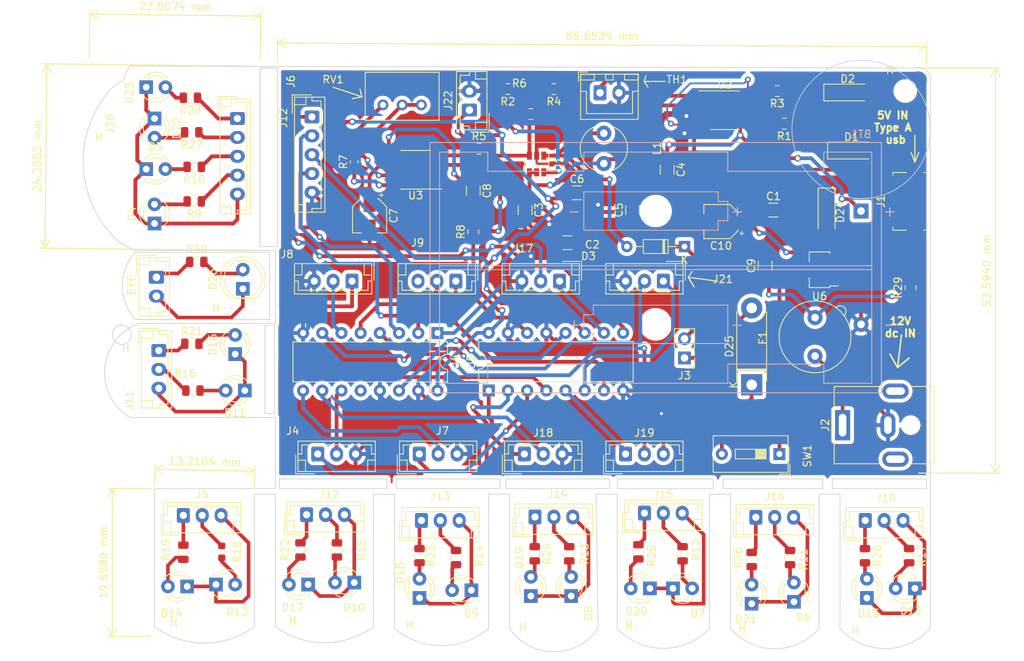
<source format=kicad_pcb>
(kicad_pcb (version 20210623) (generator pcbnew)
  (title_block (date "2021-09-05"))
  (layers (0 "F.Cu" signal) (31 "B.Cu" signal) (34 "B.Paste" user) (35 "F.Paste" user) (36 "B.SilkS" user "B.Silkscreen") (37 "F.SilkS" user "F.Silkscreen") (38 "B.Mask" user) (39 "F.Mask" user) (44 "Edge.Cuts" user))
  (net 0 "")
  (net 1 "BOOST")
  (net 2 "BAT-")
  (net 3 "Net-(C1-Pad1)")
  (net 4 "5OT")
  (net 5 "TH")
  (net 6 "Net-(C8-Pad1)")
  (net 7 "Net-(D1-Pad1)")
  (net 8 "Net-(D2-Pad1)")
  (net 9 "Net-(D3-Pad2)")
  (net 10 "Net-(D4-Pad2)")
  (net 11 "Net-(D5-Pad2)")
  (net 12 "Net-(D6-Pad2)")
  (net 13 "Net-(D7-Pad2)")
  (net 14 "Net-(D8-Pad2)")
  (net 15 "Net-(D9-Pad2)")
  (net 16 "Net-(D10-Pad2)")
  (net 17 "Net-(D11-Pad2)")
  (net 18 "Net-(D12-Pad2)")
  (net 19 "Net-(D13-Pad2)")
  (net 20 "Net-(D14-Pad2)")
  (net 21 "Net-(D15-Pad2)")
  (net 22 "Net-(D16-Pad2)")
  (net 23 "Net-(D17-Pad2)")
  (net 24 "Net-(D18-Pad2)")
  (net 25 "Net-(D22-Pad1)")
  (net 26 "Net-(D20-Pad2)")
  (net 27 "Net-(D21-Pad2)")
  (net 28 "Net-(D22-Pad2)")
  (net 29 "Net-(D23-Pad2)")
  (net 30 "Net-(R1-Pad2)")
  (net 31 "Net-(R2-Pad2)")
  (net 32 "Net-(R3-Pad2)")
  (net 33 "Net-(R4-Pad1)")
  (net 34 "FB")
  (net 35 "D7")
  (net 36 "SO")
  (net 37 "Net-(R8-Pad2)")
  (net 38 "Net-(D19-Pad2)")
  (net 39 "Net-(J10-Pad1)")
  (net 40 "Net-(J10-Pad2)")
  (net 41 "Net-(J11-Pad1)")
  (net 42 "Net-(J11-Pad2)")
  (net 43 "Net-(D21-Pad1)")
  (net 44 "Net-(D20-Pad1)")
  (net 45 "Net-(J12-Pad1)")
  (net 46 "Net-(J12-Pad2)")
  (net 47 "Net-(J13-Pad1)")
  (net 48 "Net-(J13-Pad2)")
  (net 49 "Net-(J14-Pad1)")
  (net 50 "Net-(J14-Pad2)")
  (net 51 "Net-(J15-Pad1)")
  (net 52 "Net-(J15-Pad2)")
  (net 53 "Net-(J16-Pad1)")
  (net 54 "Net-(TH1-Pad1)")
  (net 55 "Cout")
  (net 56 "Net-(C10-Pad1)")
  (net 57 "Net-(D24-Pad2)")
  (net 58 "Net-(D25-Pad1)")
  (net 59 "ALT_5V")
  (net 60 "Net-(D19-Pad1)")
  (net 61 "Net-(D18-Pad1)")
  (net 62 "Net-(D10-Pad1)")
  (net 63 "Net-(D11-Pad1)")
  (net 64 "Net-(D13-Pad1)")
  (net 65 "Net-(J16-Pad2)")
  (net 66 "Q0")
  (net 67 "Q91")
  (net 68 "Net-(J5-Pad1)")
  (net 69 "Net-(J5-Pad2)")
  (net 70 "Q8")
  (net 71 "Q11")
  (net 72 "Q9")
  (net 73 "Q01")
  (net 74 "Q1")
  (net 75 "Q81")
  (net 76 "Q2")
  (net 77 "Q71")
  (net 78 "Q3")
  (net 79 "Q61")
  (net 80 "Q4")
  (net 81 "Q51")
  (net 82 "Q5")
  (net 83 "Q41")
  (net 84 "Q6")
  (net 85 "Q31")
  (net 86 "Q7")
  (net 87 "Q21")
  (net 88 "Net-(J20-Pad1)")
  (net 89 "Net-(J20-Pad2)")
  (net 90 "Net-(J20-Pad3)")
  (net 91 "Net-(J20-Pad4)")
  (net 92 "Net-(D12-Pad1)")
  (net 93 "Net-(F1-Pad1)")
  (net 94 "Net-(C9-Pad1)")
  (net 95 "Net-(D26-Pad1)")
  (net 96 "Net-(D26-Pad2)")
  (net 97 "Net-(J23-Pad1)")
  (footprint "Connector_JST:JST_EH_B3B-EH-A_1x03_P2.50mm_Vertical" (layer "F.Cu") (at 156.718 88.66)
    (fp_text reference "J4")
    (fp_text value "beak")
  )
  (footprint "MountingHole:MountingHole_2.1mm" (layer "F.Cu") (at 141.732 110.998)
    (fp_text reference "H")
    (fp_text value "H")
  )
  (footprint "Connector_JST:JST_EH_B3B-EH-A_1x03_P2.50mm_Vertical" (layer "F.Cu") (at 197.438 88.66)
    (fp_text reference "J19")
    (fp_text value "f3")
  )
  (footprint "Connector_JST:JST_EH_B5B-EH-A_1x05_P2.50mm_Vertical" (layer "F.Cu") (at 155.956 44.062 -90)
    (fp_text reference "J6")
    (fp_text value "body")
  )
  (footprint "MountingHole:MountingHole_2.1mm" (layer "F.Cu") (at 172.974 111.252)
    (fp_text reference "H")
    (fp_text value "H")
  )
  (footprint "Connector_JST:JST_EH_B3B-EH-A_1x03_P2.50mm_Vertical" (layer "F.Cu") (at 202.438 65.786 180)
    (fp_text reference "J21")
    (fp_text value "f4")
  )
  (footprint "Resistor_SMD:R_0805_2012Metric" (layer "F.Cu") (at 184.912 43.688)
    (fp_text reference "R6")
    (fp_text value "12k")
  )
  (footprint "LED_THT:LED_D3.0mm" (layer "F.Cu") (at 235.712 106.426 180)
    (fp_text reference "D12")
    (fp_text value "B1")
  )
  (footprint "LED_THT:LED_D3.0mm" (layer "F.Cu") (at 177.043 106.68 180)
    (fp_text reference "D9")
    (fp_text value "B1")
  )
  (footprint "Resistor_SMD:R_0805_2012Metric" (layer "F.Cu") (at 140.066 74.071)
    (fp_text reference "R21")
    (fp_text value "220")
  )
  (footprint "LED_THT:LED_D3.0mm" (layer "F.Cu") (at 184.912 107.447 90)
    (fp_text reference "D19")
    (fp_text value "B1")
  )
  (footprint "Capacitor_SMD:CP_Elec_4x5.7" (layer "F.Cu") (at 163.576 57.15 -90)
    (fp_text reference "C7")
    (fp_text value "0.1uF")
  )
  (footprint "Connector_JST:JST_EH_B3B-EH-A_1x03_P2.50mm_Vertical" (layer "F.Cu") (at 138.938 96.774)
    (fp_text reference "J5")
    (fp_text value "beak")
  )
  (footprint "Diode_THT:D_5W_P10.16mm_Horizontal" (layer "F.Cu") (at 214.122 79.502 90)
    (fp_text reference "D25")
    (fp_text value "DIODE")
  )
  (footprint "Resistor_SMD:R_0805_2012Metric" (layer "F.Cu") (at 175.006 102.362 -90)
    (fp_text reference "R14")
    (fp_text value "220")
  )
  (footprint "LED_THT:LED_D5.0mm" (layer "F.Cu") (at 146.812 66.802 90)
    (fp_text reference "D26")
    (fp_text value "B1")
  )
  (footprint "Potentiometer_THT:Potentiometer_Bourns_3299W_Vertical" (layer "F.Cu") (at 165.344 42.477 180)
    (fp_text reference "RV1")
    (fp_text value "100k")
  )
  (footprint "MountingHole:MountingHole_2.1mm" (layer "F.Cu") (at 201.93 111.252)
    (fp_text reference "H")
    (fp_text value "H")
  )
  (footprint "MountingHole:MountingHole_2.1mm" (layer "F.Cu") (at 231.902 112.014)
    (fp_text reference "H")
    (fp_text value "H")
  )
  (footprint "LED_THT:LED_D3.0mm" (layer "F.Cu") (at 139.446 106.172 180)
    (fp_text reference "D14")
    (fp_text value "R1")
  )
  (footprint "Resistor_SMD:R_0805_2012Metric" (layer "F.Cu") (at 234.95 102.108 -90)
    (fp_text reference "R17")
    (fp_text value "220")
  )
  (footprint "LED_SMD:LED_1806_4516Metric_Castellated" (layer "F.Cu") (at 224.028 56.642 -90)
    (fp_text reference "D24")
    (fp_text value "RED")
  )
  (footprint "Connector_JST:JST_EH_B3B-EH-A_1x03_P2.50mm_Vertical" (layer "F.Cu") (at 185.46 96.982)
    (fp_text reference "J14")
    (fp_text value "f21")
  )
  (footprint "Resistor_SMD:R_0805_2012Metric" (layer "F.Cu") (at 140.3835 50.672 180)
    (fp_text reference "R10")
    (fp_text value "220")
  )
  (footprint "Resistor_SMD:R_0805_2012Metric" (layer "F.Cu") (at 178.054 48.26)
    (fp_text reference "R5")
    (fp_text value "88k")
  )
  (footprint "Connector_JST:JST_EH_B3B-EH-A_1x03_P2.50mm_Vertical" (layer "F.Cu") (at 135.691 74.965 -90)
    (fp_text reference "J11")
    (fp_text value "neck2")
  )
  (footprint "Package_SO:HSOP-8-1EP_3.9x4.9mm_P1.27mm_EP2.41x3.1mm" (layer "F.Cu") (at 210.566 43.18)
    (fp_text reference "U2")
    (fp_text value "TP4056_BT")
  )
  (footprint "Button_Switch_THT:SW_DIP_SPSTx01_Slide_9.78x4.72mm_W7.62mm_P2.54mm" (layer "F.Cu") (at 217.7956 88.66 180)
    (fp_text reference "SW1")
    (fp_text value "Switch_SW_Push")
  )
  (footprint "Connector_BarrelJack:BarrelJack_CUI_PJ-063AH_Horizontal" (layer "F.Cu") (at 226.148 84.836 90)
    (fp_text reference "J2")
    (fp_text value "Jack-DC")
  )
  (footprint "MountingHole:MountingHole_2.1mm" (layer "F.Cu") (at 216.916 111.76)
    (fp_text reference "H")
    (fp_text value "H")
  )
  (footprint "Resistor_SMD:R_0805_2012Metric" (layer "F.Cu") (at 217.5025 40.64 180)
    (fp_text reference "R3")
    (fp_text value "1k")
  )
  (footprint "Connector_JST:JST_EH_B3B-EH-A_1x03_P2.50mm_Vertical" (layer "F.Cu") (at 199.938 96.474)
    (fp_text reference "J15")
    (fp_text value "f31")
  )
  (footprint "LED_SMD:LED_1806_4516Metric_Castellated" (layer "F.Cu") (at 227.33 48.514)
    (fp_text reference "D1")
    (fp_text value "GREEN")
  )
  (footprint "Diode_THT:D_DO-34_SOD68_P7.62mm_Horizontal" (layer "F.Cu") (at 205.237 61.214 180)
    (fp_text reference "D3")
    (fp_text value "5.1")
  )
  (footprint "MountingHole:MountingHole_2.1mm" (layer "F.Cu") (at 131.064 78.232)
    (fp_text reference "H")
    (fp_text value "H")
  )
  (footprint "Resistor_SMD:R_0805_2012Metric" (layer "F.Cu") (at 140.051 46.1 180)
    (fp_text reference "R27")
    (fp_text value "220")
  )
  (footprint "Connector_JST:JST_EH_B2B-EH-A_1x02_P2.50mm_Vertical" (layer "F.Cu") (at 135.382 65.278 -90)
    (fp_text reference "EYE")
    (fp_text value "eye")
  )
  (footprint "Resistor_SMD:R_0805_2012Metric" (layer "F.Cu") (at 185.42 101.854 -90)
    (fp_text reference "R24")
    (fp_text value "220")
  )
  (footprint "Connector_USB:USB_Micro-B_Molex_47346-0001" (layer "F.Cu") (at 234.512 55.238 90)
    (fp_text reference "J1")
    (fp_text value "USB_A")
  )
  (footprint "Capacitor_SMD:C_1206_3216Metric" (layer "F.Cu") (at 202.946 51.054 -90)
    (fp_text reference "C4")
    (fp_text value "10nF")
  )
  (footprint "Capacitor_SMD:C_1206_3216Metric" (layer "F.Cu") (at 198.374 56.388 90)
    (fp_text reference "C5")
    (fp_text value "20uF")
  )
  (footprint "Capacitor_SMD:C_1206_3216Metric" (layer "F.Cu") (at 191.008 54.102)
    (fp_text reference "C6")
    (fp_text value "0.1uF")
  )
  (footprint "Connector_JST:JST_XH_B2B-XH-A_1x02_P2.50mm_Vertical" (layer "F.Cu") (at 194.056 40.877)
    (fp_text reference "TH1")
    (fp_text value "NTC")
  )
  (footprint "Resistor_SMD:R_0805_2012Metric" (layer "F.Cu") (at 214.122 102.616 -90)
    (fp_text reference "R26")
    (fp_text value "220")
  )
  (footprint "Resistor_SMD:R_0603_1608Metric" (layer "F.Cu") (at 161.544 50.0125 90)
    (fp_text reference "R7")
    (fp_text value "10k")
  )
  (footprint "LED_THT:LED_D3.0mm_Clear" (layer "F.Cu") (at 143.251 105.918)
    (fp_text reference "D13")
    (fp_text value "R1")
  )
  (footprint "Connector_JST:JST_EH_B5B-EH-A_1x05_P2.50mm_Vertical" (layer "F.Cu") (at 146.096 44.276 -90)
    (fp_text reference "J20")
    (fp_text value "body")
  )
  (footprint "Resistor_SMD:R_0805_2012Metric" (layer "F.Cu") (at 140.3835 55.244 180)
    (fp_text reference "R9")
    (fp_text value "220")
  )
  (footprint "Connector_JST:JST_EH_B3B-EH-A_1x03_P2.50mm_Vertical" (layer "F.Cu") (at 184.0508 88.66)
    (fp_text reference "J18")
    (fp_text value "f2")
  )
  (footprint "LED_THT:LED_D3.0mm_Clear" (layer "F.Cu") (at 203.708 106.426)
    (fp_text reference "D7")
    (fp_text value "R1")
  )
  (footprint "Fuse:Fuseholder_TR5_Littelfuse_No560_No460" (layer "F.Cu") (at 222.494 75.692 90)
    (fp_text reference "F1")
    (fp_text value "Fuse")
  )
  (footprint "Connector_JST:JST_EH_B3B-EH-A_1x03_P2.50mm_Vertical" (layer "F.Cu") (at 161.256 65.786 180)
    (fp_text reference "J8")
    (fp_text value "neck2")
  )
  (footprint "MountingHole:MountingHole_2.1mm" (layer "F.Cu") (at 234.442 40.64)
    (fp_text reference "H")
    (fp_text value "H")
  )
  (footprint "Resistor_SMD:R_0805_2012Metric" (layer "F.Cu") (at 177.292 59.2605 90)
    (fp_text reference "R8")
    (fp_text value "100")
  )
  (footprint "Capacitor_SMD:C_1206_3216Metric" (layer "F.Cu") (at 215.9 63.754 90)
    (fp_text reference "C9")
    (fp_text value "10nF")
  )
  (footprint "MountingHole:MountingHole_2.1mm" (layer "F.Cu") (at 187.96 111.506)
    (fp_text reference "H")
    (fp_text value "H")
  )
  (footprint "LED_THT:LED_D3.0mm_Clear" (layer "F.Cu") (at 214.122 108.463 90)
    (fp_text reference "D21")
    (fp_text value "G1")
  )
  (footprint "Package_SO:SOIC-8_3.9x4.9mm_P1.27mm" (layer "F.Cu") (at 169.672 51.054 180)
    (fp_text reference "U3")
    (fp_text value "LM555")
  )
  (footprint "Resistor_SMD:R_0603_1608Metric" (layer "F.Cu") (at 144.018 101.6 -90)
    (fp_text reference "R18")
    (fp_text value "220")
  )
  (footprint "Resistor_SMD:R_0805_2012Metric" (layer "F.Cu") (at 154.432 101.346 -90)
    (fp_text reference "R22")
    (fp_text value "220")
  )
  (footprint "Connector_JST:JST_EH_B3B-EH-A_1x03_P2.50mm_Vertical" (layer "F.Cu") (at 229.148 97.444)
    (fp_text reference "J10")
    (fp_text value "neck1")
  )
  (footprint "Resistor_SMD:R_0805_2012Metric" (layer "F.Cu") (at 181.864 40.386 180)
    (fp_text reference "R2")
    (fp_text value "48k")
  )
  (footprint "Capacitor_SMD:C_1206_3216Metric" (layer "F.Cu") (at 177.292 53.848 -90)
    (fp_text reference "C8")
    (fp_text value "10nF")
  )
  (footprint "LED_THT:LED_D3.0mm" (layer "F.Cu") (at 135.128 44.275154 -90)
    (fp_text reference "D22")
    (fp_text value "B1")
  )
  (footprint "Resistor_SMD:R_0805_2012Metric" (layer "F.Cu") (at 199.136 101.6 -90)
    (fp_text reference "R25")
    (fp_text value "220")
  )
  (footprint "Capacitor_SMD:C_1206_3216Metric" (layer "F.Cu") (at 184.15 56.388 -90)
    (fp_text reference "C3")
    (fp_text value "0.1uF")
  )
  (footprint "Connector_JST:JST_EH_B3B-EH-A_1x03_P2.50mm_Vertical" (layer "F.Cu") (at 155.244 96.682)
    (fp_text reference "J12")
    (fp_text value "bneck")
  )
  (footprint "LED_THT:LED_D3.0mm_Clear" (layer "F.Cu") (at 170.18 107.701 90)
    (fp_text reference "D18")
    (fp_text value "G1")
  )
  (footprint "LED_THT:LED_D3.0mm" (layer "F.Cu") (at 155.448 105.918 180)
    (fp_text reference "D17")
    (fp_text value "R1")
  )
  (footprint "Connector_JST:JST_EH_B3B-EH-A_1x03_P2.50mm_Vertical" (layer "F.Cu") (at 170.1534 88.66)
    (fp_text reference "J7")
    (fp_text value "neck1")
  )
  (footprint "Inductor_THT:L_Radial_D6.0mm_P4.00mm" (layer "F.Cu") (at 194.564 46.228 -90)
    (fp_text reference "L1")
    (fp_text value "4.7uH")
  )
  (footprint "MountingHole:MountingHole_2.1mm" (layer "F.Cu") (at 157.48 110.744)
    (fp_text reference "H")
    (fp_text value "H")
  )
  (footprint "Resistor_SMD:R_0805_2012Metric" (layer "F.Cu") (at 235.14 66.652 90)
    (fp_text reference "R29")
    (fp_text value "10k")
  )
  (footprint "Resistor_SMD:R_0805_2012Metric" (layer "F.Cu") (at 229.108 102.108 -90)
    (fp_text reference "R20")
    (fp_text value "220")
  )
  (footprint "Resistor_SMD:R_0805_2012Metric" (layer "F.Cu") (at 140.208 80.264)
    (fp_text reference "R16")
    (fp_text value "220")
  )
  (footprint "LED_THT:LED_D3.0mm" (layer "F.Cu") (at 200.66 106.426 180)
    (fp_text reference "D20")
    (fp_text value "R1")
  )
  (footprint "LED_THT:LED_D3.0mm_Clear" (layer "F.Cu") (at 134.028 40.132)
    (fp_text reference "D23")
    (fp_text value "R1")
  )
  (footprint "LED_THT:LED_D3.0mm_Clear" (layer "F.Cu") (at 134.028 50.968308)
    (fp_text reference "D5")
    (fp_text value "G1")
  )
  (footprint "Resistor_SMD:R_0805_2012Metric" (layer "F.Cu") (at 204.978 101.854 -90)
    (fp_text reference "R12")
    (fp_text value "220")
  )
  (footprint "Connector_JST:JST_EH_B3B-EH-A_1x03_P2.50mm_Vertical" (layer "F.Cu") (at 188.710666 65.786 180)
    (fp_text reference "J17")
    (fp_text value "f1")
  )
  (footprint "LED_THT:LED_D3.0mm" (layer "F.Cu") (at 219.71 108.204 90)
    (fp_text reference "D6")
    (fp_text value "B1")
  )
  (footprint "Resistor_SMD:R_0805_2012Metric" (layer "F.Cu") (at 219.202 102.362 -90)
    (fp_text reference "R11")
    (fp_text value "220")
  )
  (footprint "LED_THT:LED_D3.0mm_Clear" (layer "F.Cu") (at 161.549 105.664 180)
    (fp_text reference "D10")
    (fp_text value "R1")
  )
  (footprint "MountingHole:MountingHole_2.1mm" (layer "F.Cu") (at 140.208 67.056)
    (fp_text reference "H")
    (fp_text value "H")
  )
  (footprint "Capacitor_SMD:CP_Elec_4x5.7" (layer "F.Cu") (at 210.058 57.912 180)
    (fp_text reference "C10")
    (fp_text value "0.1uF")
  )
  (footprint "Resistor_SMD:R_0805_2012Metric" (layer "F.Cu") (at 159.258 101.346 -90)
    (fp_text reference "R15")
    (fp_text value "220")
  )
  (footprint "Connector_JST:JST_EH_B3B-EH-A_1x03_P2.50mm_Vertical" (layer "F.Cu") (at 174.983333 65.786 180)
    (fp_text reference "J9")
    (fp_text value "bneck")
  )
  (footprint "Capacitor_SMD:C_1206_3216Metric" (layer "F.Cu") (at 217.008 56.388)
    (fp_text reference "C1")
    (fp_text value "10nF")
  )
  (footprint "Package_DIP:DIP-16_W7.62mm" (layer "F.Cu") (at 179.339 80.254 90)
    (fp_text reference "U5")
    (fp_text value "4017")
  )
  (footprint "Resistor_SMD:R_0805_2012Metric" (layer "F.Cu") (at 138.938 101.654 -90)
    (fp_text reference "R19")
    (fp_text value "220")
  )
  (footprint "LED_THT:LED_D3.0mm_Clear" (layer "F.Cu") (at 229.362 107.701 90)
    (fp_text reference "D15")
    (fp_text value "G1")
  )
  (footprint "LED_THT:LED_D3.0mm" (layer "F.Cu") (at 135.128 58.166 90)
    (fp_text reference "D4")
    (fp_text value "R1")
  )
  (footprint "LED_THT:LED_D3.0mm_Clear" (layer "F.Cu") (at 190.246 107.447 90)
    (fp_text reference "D8")
    (fp_text value "G1")
  )
  (footprint "Resistor_SMD:R_0805_2012Metric" (layer "F.Cu") (at 218.44 44.958 180)
    (fp_text reference "R1")
    (fp_text value "1k")
  )
  (footprint "Resistor_SMD:R_0805_2012Metric" (layer "F.Cu") (at 187.96 40.386 180)
    (fp_text reference "R4")
    (fp_text value "1.2k")
  )
  (footprint "MountingHole:MountingHole_2.1mm" (layer "F.Cu") (at 129.794 49.53)
    (fp_text reference "H")
    (fp_text value "H")
  )
  (footprint "LED_SMD:LED_1806_4516Metric_Castellated" (layer "F.Cu") (at 226.822 40.835)
    (fp_text reference "D2")
    (fp_text value "RED")
  )
  (footprint "Resistor_SMD:R_0805_2012Metric" (layer "F.Cu") (at 139.8755 41.528 180)
    (fp_text reference "R28")
    (fp_text value "220")
  )
  (footprint "Resistor_SMD:R_0805_2012Metric" (layer "F.Cu") (at 140.716 63.246)
    (fp_text reference "R30")
    (fp_text value "1k")
  )
  (footprint "Resistor_SMD:R_0805_2012Metric" (layer "F.Cu") (at 189.992 101.854 -90)
    (fp_text reference "R13")
    (fp_text value "220")
  )
  (footprint "Connector_JST:JST_EH_B3B-EH-A_1x03_P2.50mm_Vertical" (layer "F.Cu") (at 214.67 97.028)
    (fp_text reference "J16")
    (fp_text value "f41")
  )
  (footprint "LED_THT:LED_D3.0mm" (layer "F.Cu") (at 145.796 75.443 90)
    (fp_text reference "D16")
    (fp_text value "B1")
  )
  (footprint "Connector_PinHeader_2.54mm:PinHeader_1x02_P2.54mm_Vertical" (layer "F.Cu") (at 205.232 75.946 180)
    (fp_text reference "J3")
    (fp_text value "P_SWIP")
  )
  (footprint "Capacitor_SMD:C_1206_3216Metric" (layer "F.Cu") (at 189.738 60.706 180)
    (fp_text reference "C2")
    (fp_text value "20uF")
  )
  (footprint "Package_TO_SOT_SMD:SOT-89-3_Handsoldering" (layer "F.Cu") (at 223.402 64.286 180)
    (fp_text reference "U6")
    (fp_text value "L7805")
  )
  (footprint "Connector_JST:JST_EH_B2B-EH-A_1x02_P2.50mm_Vertical" (layer "F.Cu") (at 176.784 43.16 90)
    (fp_text reference "J22")
    (fp_text value "eye")
  )
  (footprint "Package_DIP:DIP-16_W7.62mm" (layer "F.Cu") (at 172.556 72.654 -90)
    (fp_text reference "U4")
    (fp_text value "4017")
  )
  (footprint "Connector_JST:JST_EH_B3B-EH-A_1x03_P2.50mm_Vertical" (layer "F.Cu") (at 170.434 97.444)
    (fp_text reference "J13")
    (fp_text value "f11")
  )
  (footprint "Resistor_SMD:R_0805_2012Metric" (layer "F.Cu") (at 170.18 102.108 -90)
    (fp_text reference "R23")
    (fp_text value "220")
  )
  (footprint "LED_THT:LED_D3.0mm_Clear" (layer "F.Cu") (at 147.071 80.264 180)
    (fp_text reference "D11")
    (fp_text value "G1")
  )
  (footprint "Package_TO_SOT_SMD:SOT-23-6" (layer "F.Cu") (at 185.674 50.292 -90)
    (fp_text reference "U1")
    (fp_text value "FP6291")
  )
  (footprint "Battery:BatteryHolder_Keystone_2462_2xAA" (layer "B.Cu") (at 228.587 56.513 180)
    (fp_text reference "BT1")
    (fp_text value "Battery")
  )
  (gr_line (start 233.426 77.216) (end 234.95 75.946) (layer "F.SilkS") (width 0.2))
  (gr_line (start 235.712 46.482) (end 235.712 50.038) (layer "F.SilkS") (width 0.15))
  (gr_line (start 199.898 39.37) (end 200.406 40.132) (layer "F.SilkS") (width 0.15))
  (gr_line (start 158.75 40.132) (end 162.56 41.402) (layer "F.SilkS") (width 0.15))
  (gr_line (start 235.712 50.038) (end 235.204 48.768) (layer "F.SilkS") (width 0.15))
  (gr_line (start 205.74 65.278) (end 206.502 66.548) (layer "F.SilkS") (width 0.15))
  (gr_line (start 233.426 77.216) (end 232.41 75.438) (layer "F.SilkS") (width 0.2))
  (gr_line (start 162.56 41.402) (end 161.29 41.656) (layer "F.SilkS") (width 0.15))
  (gr_line (start 162.56 41.402) (end 162.306 40.386) (layer "F.SilkS") (width 0.15))
  (gr_line (start 206.502 66.548) (end 205.74 65.278) (layer "F.SilkS") (width 0.15))
  (gr_line (start 209.55 65.786) (end 205.74 65.278) (layer "F.SilkS") (width 0.15))
  (gr_line (start 202.692 39.37) (end 199.898 39.37) (layer "F.SilkS") (width 0.15))
  (gr_line (start 235.712 50.038) (end 236.22 48.768) (layer "F.SilkS") (width 0.15))
  (gr_line (start 199.898 39.37) (end 200.152 38.608) (layer "F.SilkS") (width 0.15))
  (gr_line (start 233.934 72.898) (end 233.426 77.216) (layer "F.SilkS") (width 0.2))
  (gr_line (start 205.74 65.278) (end 206.248 64.516) (layer "F.SilkS") (width 0.15))
  (gr_line (start 180.848 91.948) (end 180.848 93.218) (layer "Edge.Cuts") (width 0.1))
  (gr_line (start 178.816 91.948) (end 180.848 91.948) (layer "Edge.Cuts") (width 0.1))
  (gr_line (start 149.733 83.312) (end 151.003 83.312) (layer "Edge.Cuts") (width 0.1))
  (gr_line (start 165.862 93.218) (end 163.322 93.218) (layer "Edge.Cuts") (width 0.1))
  (gr_line (start 148.336 93.98) (end 148.336 111.506) (layer "Edge.Cuts") (width 0.1))
  (gr_line (start 149.098 61.214) (end 151.384 61.214) (layer "Edge.Cuts") (width 0.1))
  (gr_line (start 209.042 93.218) (end 208.026 93.218) (layer "Edge.Cuts") (width 0.1))
  (gr_line (start 222.758 91.948) (end 223.52 91.948) (layer "Edge.Cuts") (width 0.1))
  (gr_line (start 209.042 91.948) (end 209.042 93.218) (layer "Edge.Cuts") (width 0.1))
  (gr_line (start 151.003 71.628) (end 149.733 71.628) (layer "Edge.Cuts") (width 0.1))
  (gr_line (start 208.534 91.948) (end 209.042 91.948) (layer "Edge.Cuts") (width 0.1))
  (gr_line (start 131.318 38.354) (end 131.064 39.116) (layer "Edge.Cuts") (width 0.1))
  (gr_line (start 163.322 91.948) (end 165.862 91.948) (layer "Edge.Cuts") (width 0.1))
  (gr_line (start 149.098 37.592) (end 149.098 61.214) (layer "Edge.Cuts") (width 0.1))
  (gr_line (start 182.118 93.98) (end 179.324 93.98) (layer "Edge.Cuts") (width 0.1))
  (gr_line (start 166.878 93.98) (end 164.084 93.98) (layer "Edge.Cuts") (width 0.1))
  (gr_line (start 225.552 91.948) (end 224.79 91.948) (layer "Edge.Cuts") (width 0.1))
  (gr_line (start 131.064 39.116) (end 129.286 40.386) (layer "Edge.Cuts") (width 0.1))
  (gr_line (start 211.328 93.98) (end 211.328 111.76) (layer "Edge.Cuts") (width 0.1))
  (gr_line (start 180.848 93.218) (end 180.594 93.218) (layer "Edge.Cuts") (width 0.1))
  (gr_line (start 181.61 93.218) (end 182.372 93.218) (layer "Edge.Cuts") (width 0.1))
  (gr_line (start 195.326 91.948) (end 195.326 93.218) (layer "Edge.Cuts") (width 0.1))
  (gr_arc (start 228.6 45.72) (end 237.744 45.466) (angle 0) (layer "Edge.Cuts") (width 0.1))
  (gr_line (start 151.003 83.312) (end 151.003 71.628) (layer "Edge.Cuts") (width 0.1))
  (gr_line (start 135.128 93.218) (end 135.128 93.98) (layer "Edge.Cuts") (width 0.1))
  (gr_line (start 135.128 93.218) (end 151.13 93.218) (layer "Edge.Cuts") (width 0.1))
  (gr_line (start 151.13 83.82) (end 131.826 83.82) (layer "Edge.Cuts") (width 0.1))
  (gr_line (start 237.236 93.218) (end 237.236 91.948) (layer "Edge.Cuts") (width 0.1))
  (gr_line (start 135.128 111.506) (end 135.128 93.98) (layer "Edge.Cuts") (width 0.1))
  (gr_line (start 224.79 91.948) (end 224.79 93.218) (layer "Edge.Cuts") (width 0.1))
  (gr_line (start 181.61 91.948) (end 181.61 93.218) (layer "Edge.Cuts") (width 0.1))
  (gr_line (start 225.552 93.218) (end 237.236 93.218) (layer "Edge.Cuts") (width 0.1))
  (gr_arc (start 141.732 102.433836) (end 135.128 111.506) (angle -72.10481616) (layer "Edge.Cuts") (width 0.1))
  (gr_line (start 196.342 91.948) (end 196.342 93.218) (layer "Edge.Cuts") (width 0.1))
  (gr_line (start 166.878 111.76) (end 166.878 93.98) (layer "Edge.Cuts") (width 0.1))
  (gr_line (start 151.13 71.374) (end 151.13 61.976) (layer "Edge.Cuts") (width 0.1))
  (gr_line (start 223.012 93.98) (end 225.806 93.98) (layer "Edge.Cuts") (width 0.1))
  (gr_line (start 179.324 93.98) (end 179.324 111.76) (layer "Edge.Cuts") (width 0.1))
  (gr_line (start 211.074 91.948) (end 210.312 91.948) (layer "Edge.Cuts") (width 0.1))
  (gr_line (start 196.342 93.218) (end 208.026 93.218) (layer "Edge.Cuts") (width 0.1))
  (gr_line (start 149.733 71.628) (end 149.733 83.312) (layer "Edge.Cuts") (width 0.1))
  (gr_line (start 151.638 93.218) (end 163.322 93.218) (layer "Edge.Cuts") (width 0.1))
  (gr_line (start 163.322 91.948) (end 151.638 91.948) (layer "Edge.Cuts") (width 0.1))
  (gr_arc (start 187.96 107.704699) (end 182.118 111.76) (angle -110.4660884) (layer "Edge.Cuts") (width 0.1))
  (gr_line (start 165.862 91.948) (end 165.862 93.218) (layer "Edge.Cuts") (width 0.1))
  (gr_line (start 167.132 91.948) (end 167.132 93.218) (layer "Edge.Cuts") (width 0.1))
  (gr_line (start 237.236 91.948) (end 225.552 91.948) (layer "Edge.Cuts") (width 0.1))
  (gr_line (start 128.524 41.402) (end 129.286 40.386) (layer "Edge.Cuts") (width 0.1))
  (gr_line (start 178.816 91.948) (end 167.132 91.948) (layer "Edge.Cuts") (width 0.1))
  (gr_arc (start 137.461818 66.421) (end 132.588 70.866) (angle 84.7306318) (layer "Edge.Cuts") (width 0.1))
  (gr_line (start 151.13 61.976) (end 151.13 61.722) (layer "Edge.Cuts") (width 0.1))
  (gr_arc (start 202.438 105.917996) (end 196.342 111.76) (angle -92.43771128) (layer "Edge.Cuts") (width 0.1))
  (gr_line (start 151.13 93.98) (end 148.336 93.98) (layer "Edge.Cuts") (width 0.1))
  (gr_line (start 132.334 61.722) (end 130.556 60.706) (layer "Edge.Cuts") (width 0.1))
  (gr_line (start 151.384 37.846) (end 151.384 37.592) (layer "Edge.Cuts") (width 0.1))
  (gr_line (start 223.52 91.948) (end 223.52 93.218) (layer "Edge.Cuts") (width 0.1))
  (gr_arc (start 231.775 106.320272) (end 225.806 111.76) (angle -95.31230557) (layer "Edge.Cuts") (width 0.1))
  (gr_line (start 222.758 91.948) (end 211.074 91.948) (layer "Edge.Cuts") (width 0.1))
  (gr_line (start 196.342 93.98) (end 193.548 93.98) (layer "Edge.Cuts") (width 0.1))
  (gr_line (start 182.118 111.76) (end 182.118 93.98) (layer "Edge.Cuts") (width 0.1))
  (gr_line (start 211.328 93.98) (end 208.534 93.98) (layer "Edge.Cuts") (width 0.1))
  (gr_line (start 150.368 61.976) (end 150.368 62.738) (layer "Edge.Cuts") (width 0.1))
  (gr_line (start 208.534 93.98) (end 208.534 111.76) (layer "Edge.Cuts") (width 0.1))
  (gr_line (start 164.084 93.98) (end 164.084 111.506) (layer "Edge.Cuts") (width 0.1))
  (gr_line (start 237.744 111.76) (end 237.743999 39.624) (layer "Edge.Cuts") (width 0.1))
  (gr_line (start 193.548 93.98) (end 193.802 111.76) (layer "Edge.Cuts") (width 0.1))
  (gr_line (start 235.712 37.592) (end 131.826 37.338) (layer "Edge.Cuts") (width 0.1))
  (gr_line (start 151.13 93.218) (end 151.13 83.82) (layer "Edge.Cuts") (width 0.1))
  (gr_line (start 151.384 37.846) (end 151.384 61.214) (layer "Edge.Cuts") (width 0.1))
  (gr_line (start 208.026 91.948) (end 196.342 91.948) (layer "Edge.Cuts") (width 0.1))
  (gr_line (start 210.312 93.218) (end 211.074 93.218) (layer "Edge.Cuts") (width 0.1))
  (gr_line (start 151.384 37.592) (end 149.098 37.592) (layer "Edge.Cuts") (width 0.1))
  (gr_line (start 167.132 93.218) (end 178.816 93.218) (layer "Edge.Cuts") (width 0.1))
  (gr_arc (start 236.163558 39.17244) (end 237.743999 39.624) (angle -121.8910982) (layer "Edge.Cuts") (width 0.1))
  (gr_line (start 180.594 93.218) (end 178.816 93.218) (layer "Edge.Cuts") (width 0.1))
  (gr_line (start 223.52 93.218) (end 222.758 93.218) (layer "Edge.Cuts") (width 0.1))
  (gr_line (start 223.012 111.76) (end 223.012 93.98) (layer "Edge.Cuts") (width 0.1))
  (gr_line (start 132.588 61.976) (end 150.368 61.976) (layer "Edge.Cuts") (width 0.1))
  (gr_line (start 210.312 91.948) (end 210.312 93.218) (layer "Edge.Cuts") (width 0.1))
  (gr_line (start 208.026 91.948) (end 208.534 91.948) (layer "Edge.Cuts") (width 0.1))
  (gr_line (start 151.13 111.506) (end 151.13 93.98) (layer "Edge.Cuts") (width 0.1))
  (gr_arc (start 139.979984 49.955054) (end 130.556 60.706) (angle 85.50815559) (layer "Edge.Cuts") (width 0.1))
  (gr_line (start 224.79 93.218) (end 225.552 93.218) (layer "Edge.Cuts") (width 0.1))
  (gr_line (start 195.326 93.218) (end 194.056 93.218) (layer "Edge.Cuts") (width 0.1))
  (gr_arc (start 217.17 106.679157) (end 211.328 111.76) (angle -97.97241104) (layer "Edge.Cuts") (width 0.1))
  (gr_arc (start 157.607 102.608297) (end 151.13 111.506) (angle -72.10479354) (layer "Edge.Cuts") (width 0.1))
  (gr_arc (start 173.101 104.231873) (end 166.878 111.76) (angle -79.15653384) (layer "Edge.Cuts") (width 0.1))
  (gr_arc (start 135.490703 77.898457) (end 131.826 83.82) (angle 127.7863207) (layer "Edge.Cuts") (width 0.1))
  (gr_line (start 150.368 70.866) (end 150.368 62.738) (layer "Edge.Cuts") (width 0.1))
  (gr_line (start 151.13 71.374) (end 133.056331 71.374) (layer "Edge.Cuts") (width 0.1))
  (gr_line (start 182.372 91.948) (end 181.61 91.948) (layer "Edge.Cuts") (width 0.1))
  (gr_line (start 182.372 93.218) (end 194.056 93.218) (layer "Edge.Cuts") (width 0.1))
  (gr_line (start 211.074 93.218) (end 222.758 93.218) (layer "Edge.Cuts") (width 0.1))
  (gr_arc (start 130.81 72.898) (end 130.81 71.628) (angle 0) (layer "Edge.Cuts") (width 0.1))
  (gr_line (start 151.13 61.722) (end 132.334 61.722) (layer "Edge.Cuts") (width 0.1))
  (gr_line (start 131.826 37.338) (end 131.318 38.354) (layer "Edge.Cuts") (width 0.1))
  (gr_line (start 151.638 91.948) (end 151.638 93.218) (layer "Edge.Cuts") (width 0.1))
  (gr_line (start 132.588 70.866) (end 150.368 70.866) (layer "Edge.Cuts") (width 0.1))
  (gr_line (start 196.342 111.76) (end 196.342 93.98) (layer "Edge.Cuts") (width 0.1))
  (gr_line (start 195.326 91.948) (end 182.372 91.948) (layer "Edge.Cuts") (width 0.1))
  (gr_line (start 225.806 93.98) (end 225.806 111.76) (layer "Edge.Cuts") (width 0.1))
  (gr_text "J12" (at 152.146 44.196 90) (layer "F.SilkS") (effects (font (size 1 1))))
  (gr_text "5V IN \nType A \nusb" (at 233.172 45.466) (layer "F.SilkS") (effects (font (size 1 1) (thickness 0.25))))
  (gr_text "12V \ndc IN \n" (at 234.188 71.882) (layer "F.SilkS") (effects (font (size 1 1) (thickness 0.25))))
  (dimension (type aligned) (layer "F.SilkS") (pts (xy 135.128 93.218) (xy 135.128 112.776)) (height 5.588) (gr_text "19.5580 mm" (at 128.39 102.997 90) (layer "F.SilkS") (effects (font (size 1 1) (thickness 0.15)))) (format (units 3) (units_format 1) (precision 4)) (style (thickness 0.15) (arrow_length 1.27) (text_position_mode 0) (extension_height 0.58642) (extension_offset 0.5) keep_text_aligned))
  (dimension (type aligned) (layer "F.SilkS") (pts (xy 235.712 37.592) (xy 235.712 91.186)) (height -10.668) (gr_text "53.5940 mm" (at 245.23 64.389 90) (layer "F.SilkS") (effects (font (size 1 1) (thickness 0.15)))) (format (units 3) (units_format 1) (precision 4)) (style (thickness 0.15) (arrow_length 1.27) (text_position_mode 0) (extension_height 0.58642) (extension_offset 0.5) keep_text_aligned))
  (dimension (type aligned) (layer "F.SilkS") (pts (xy 148.59 37.338) (xy 148.336 61.722)) (height 27.692435) (gr_text "24.3853 mm" (at 119.622129 49.229574 89.40319055) (layer "F.SilkS") (effects (font (size 1 1) (thickness 0.15)))) (format (units 3) (units_format 1) (precision 4)) (style (thickness 0.15) (arrow_length 1.27) (text_position_mode 0) (extension_height 0.58642) (extension_offset 0.5) keep_text_aligned))
  (dimension (type aligned) (layer "F.SilkS") (pts (xy 151.384 37.338) (xy 237.236 37.846)) (height -3.049449) (gr_text "85.8535 mm" (at 194.334849 33.392624 359.6609757) (layer "F.SilkS") (effects (font (size 1 1) (thickness 0.15)))) (format (units 3) (units_format 1) (precision 4)) (style (thickness 0.15) (arrow_length 1.27) (text_position_mode 0) (extension_height 0.58642) (extension_offset 0.5) keep_text_aligned))
  (dimension (type aligned) (layer "F.SilkS") (pts (xy 135.128 93.218) (xy 148.336 93.472)) (height -2.53953) (gr_text "13.2104 mm" (at 141.802939 89.656152 358.8982939) (layer "F.SilkS") (effects (font (size 1 1) (thickness 0.15)))) (format (units 3) (units_format 1) (precision 4)) (style (thickness 0.15) (arrow_length 1.27) (text_position_mode 0) (extension_height 0.58642) (extension_offset 0.5) keep_text_aligned))
  (dimension (type aligned) (layer "F.SilkS") (pts (xy 149.098 37.084) (xy 126.492 36.83)) (height 6.361014) (gr_text "22.6074 mm" (at 137.879389 29.44646 -0.6437457142) (layer "F.SilkS") (effects (font (size 1 1) (thickness 0.15)))) (format (units 3) (units_format 1) (precision 4)) (style (thickness 0.15) (arrow_length 1.27) (text_position_mode 0) (extension_height 0.58642) (extension_offset 0.5) keep_text_aligned))
  (segment (start 184.724 52.39) (end 185.42 53.086) (width 0.5) (layer "F.Cu") (net 1))
  (segment (start 184.724 51.392) (end 184.724 52.39) (width 0.5) (layer "F.Cu") (net 1))
  (segment (start 184.724 51.392) (end 184.724 54.414) (width 0.5) (layer "F.Cu") (net 1))
  (segment (start 212.598 46.482) (end 212.598 45.212) (width 0.5) (layer "F.Cu") (net 1))
  (segment (start 184.724 54.414) (end 184.15 54.988) (width 0.5) (layer "F.Cu") (net 1))
  (segment (start 212.598 46.482) (end 215.646 49.53) (width 0.5) (layer "F.Cu") (net 1))
  (segment (start 184.724 51.392) (end 185.674 51.392) (width 0.5) (layer "F.Cu") (net 1))
  (segment (start 226.986011 54.912011) (end 228.587 56.513) (width 0.5) (layer "F.Cu") (net 1))
  (segment (start 195.138 49.654) (end 194.564 50.228) (width 0.5) (layer "F.Cu") (net 1))
  (segment (start 202.946 48.006) (end 203.2 47.752) (width 0.5) (layer "F.Cu") (net 1))
  (segment (start 212.471 45.085) (end 213.216 45.085) (width 0.5) (layer "F.Cu") (net 1))
  (segment (start 185.42 53.086) (end 187.452 53.086) (width 0.5) (layer "F.Cu") (net 1))
  (segment (start 226.06 54.912011) (end 226.986011 54.912011) (width 0.5) (layer "F.Cu") (net 1))
  (segment (start 202.946 49.654) (end 195.138 49.654) (width 0.5) (layer "F.Cu") (net 1))
  (segment (start 202.946 49.654) (end 202.946 48.006) (width 0.5) (layer "F.Cu") (net 1))
  (segment (start 212.598 45.212) (end 212.471 45.085) (width 0.5) (layer "F.Cu") (net 1))
  (segment (start 185.42 54.988) (end 191.138 60.706) (width 0.5) (layer "F.Cu") (net 1))
  (segment (start 215.646 49.53) (end 220.218 49.53) (width 0.5) (layer "F.Cu") (net 1))
  (segment (start 184.15 54.988) (end 185.42 54.988) (width 0.5) (layer "F.Cu") (net 1))
  (via (at 187.452 53.086) (size 0.9) (drill 0.5) (layers "F.Cu" "B.Cu") (net 1))
  (via (at 212.598 46.482) (size 0.9) (drill 0.5) (layers "F.Cu" "B.Cu") (net 1))
  (via (at 226.06 54.912011) (size 0.9) (drill 0.5) (layers "F.Cu" "B.Cu") (net 1))
  (via (at 203.2 47.752) (size 0.9) (drill 0.5) (layers "F.Cu" "B.Cu") (net 1))
  (via (at 220.218 49.53) (size 0.9) (drill 0.5) (layers "F.Cu" "B.Cu") (net 1))
  (segment (start 203.2 47.752) (end 211.328 47.752) (width 0.5) (layer "B.Cu") (net 1))
  (segment (start 190.818 50.228) (end 194.564 50.228) (width 0.5) (layer "B.Cu") (net 1))
  (segment (start 187.96 53.086) (end 190.818 50.228) (width 0.5) (layer "B.Cu") (net 1))
  (segment (start 220.218 49.53) (end 221.996 49.53) (width 0.5) (layer "B.Cu") (net 1))
  (segment (start 226.06 53.594) (end 226.06 54.912011) (width 0.5) (layer "B.Cu") (net 1))
  (segment (start 211.328 47.752) (end 212.598 46.482) (width 0.5) (layer "B.Cu") (net 1))
  (segment (start 187.452 53.086) (end 187.96 53.086) (width 0.5) (layer "B.Cu") (net 1))
  (segment (start 221.996 49.53) (end 226.06 53.594) (width 0.5) (layer "B.Cu") (net 1))
  (segment (start 185.674 49.192) (end 185.674 43.8635) (width 0.5) (layer "F.Cu") (net 2))
  (segment (start 156.256 64.562) (end 154.178 62.484) (width 0.5) (layer "F.Cu") (net 2))
  (segment (start 188.338 60.706) (end 187.068 60.706) (width 0.5) (layer "F.Cu") (net 2))
  (segment (start 202.946 52.454) (end 202.946 52.6) (width 0.5) (layer "F.Cu") (net 2))
  (segment (start 183.896 41.148) (end 185.8495 43.1015) (width 0.5) (layer "F.Cu") (net 2))
  (segment (start 207.789 43.942) (end 207.916 43.815) (width 0.5) (layer "F.Cu") (net 2))
  (segment (start 225.4645 64.286) (end 228.068 64.286) (width 0.48) (layer "F.Cu") (net 2))
  (segment (start 172.147 52.959) (end 174.56 55.372) (width 0.5) (layer "F.Cu") (net 2))
  (segment (start 160.844 58.95) (end 163.576 58.95) (width 0.5) (layer "F.Cu") (net 2))
  (segment (start 196.596 75.184) (end 196.85 75.184) (width 0.5) (layer "F.Cu") (net 2))
  (segment (start 160.675 58.781) (end 160.844 58.95) (width 0.5) (layer "F.Cu") (net 2))
  (segment (start 160.675 59.583) (end 160.675 58.781) (width 0.5) (layer "F.Cu") (net 2))
  (segment (start 187.353602 58.264398) (end 187.353602 59.721602) (width 0.5) (layer "F.Cu") (net 2))
  (segment (start 215.9 62.354) (end 215.9 61.722) (width 0.5) (layer "F.Cu") (net 2))
  (segment (start 196.342 74.93) (end 196.596 75.184) (width 0.5) (layer "F.Cu") (net 2))
  (segment (start 185.8495 43.1015) (end 185.8495 43.688) (width 0.5) (layer "F.Cu") (net 2))
  (segment (start 155.956 54.062) (end 160.675 58.781) (width 0.5) (layer "F.Cu") (net 2))
  (segment (start 228.587 71.503) (end 228.587 65.024) (width 0.48) (layer "F.Cu") (net 2))
  (segment (start 192.408 54.102) (end 192.408 53.005982) (width 0.5) (layer "F.Cu") (net 2))
  (segment (start 187.0225 40.386) (end 186.944 40.3075) (width 0.5) (layer "F.Cu") (net 2))
  (segment (start 164.936 85.442) (end 164.936 80.274) (width 0.5) (layer "F.Cu") (net 2))
  (segment (start 155.818489 60.843511) (end 159.414489 60.843511) (width 0.5) (layer "F.Cu") (net 2))
  (segment (start 229.616 81.28) (end 232.148 83.812) (width 0.48) (layer "F.Cu") (net 2))
  (segment (start 215.9 62.354) (end 209.166 62.354) (width 0.5) (layer "F.Cu") (net 2))
  (segment (start 176.784 40.66) (end 178.034 40.66) (width 0.48) (layer "F.Cu") (net 2))
  (segment (start 227.838 60.706) (end 219.9 60.706) (width 0.48) (layer "F.Cu") (net 2))
  (segment (start 192.408 54.102) (end 197.488 54.102) (width 0.5) (layer "F.Cu") (net 2))
  (segment (start 192.408 54.2985) (end 193.802 55.6925) (width 0.5) (layer "F.Cu") (net 2))
  (segment (start 205.232 51.816) (end 205.232 46.228) (width 0.5) (layer "F.Cu") (net 2))
  (segment (start 185.674 43.8635) (end 185.8495 43.688) (width 0.5) (layer "F.Cu") (net 2))
  (segment (start 228.587 71.503) (end 229.616 72.532) (width 0.48) (layer "F.Cu") (net 2))
  (segment (start 202.438 88.66) (end 202.438 83.566) (width 0.5) (layer "F.Cu") (net 2))
  (segment (start 180.34 38.354) (end 182.626 38.354) (width 0.48) (layer "F.Cu") (net 2))
  (segment (start 186.959 72.634) (end 186.959 73.899) (width 0.5) (layer "F.Cu") (net 2))
  (segment (start 181.879 73.2815) (end 181.879 72.634) (width 0.5) (layer "F.Cu") (net 2))
  (segment (start 189.738 38.608) (end 191.77 40.64) (width 0.5) (layer "F.Cu") (net 2))
  (segment (start 186.0675 74.7905) (end 183.388 74.7905) (width 0.5) (layer "F.Cu") (net 2))
  (segment (start 198.374 54.988) (end 200.908 52.454) (width 0.5) (layer "F.Cu") (net 2))
  (segment (start 193.418 65.786) (end 197.438 65.786) (width 0.5) (layer "F.Cu") (net 2))
  (segment (start 187.068 60.706) (end 184.15 57.788) (width 0.5) (layer "F.Cu") (net 2))
  (segment (start 182.8015 40.386) (end 182.8015 38.5295) (width 0.5) (layer "F.Cu") (net 2))
  (segment (start 205.486 43.942) (end 207.789 43.942) (width 0.5) (layer "F.Cu") (net 2))
  (segment (start 224.682489 53.962511) (end 233.027489 53.962511) (width 0.5) (layer "F.Cu") (net 2))
  (segment (start 197.119 75.707) (end 196.596 75.184) (width 0.5) (layer "F.Cu") (net 2))
  (segment (start 186.56 62.484) (end 188.338 60.706) (width 0.5) (layer "F.Cu") (net 2))
  (segment (start 192.408 54.102) (end 192.408 54.2985) (width 0.5) (layer "F.Cu") (net 2))
  (segment (start 185.674 50.096022) (end 185.674 49.192) (width 0.3) (layer "F.Cu") (net 2))
  (segment (start 189.450455 50.258455) (end 185.836433 50.258455) (width 0.3) (layer "F.Cu") (net 2))
  (segment (start 175.1534 88.66) (end 175.1534 85.4114) (width 0.5) (layer "F.Cu") (net 2))
  (segment (start 208.258 61.446) (end 208.258 57.912) (width 0.5) (layer "F.Cu") (net 2))
  (segment (start 161.718 88.66) (end 164.936 85.442) (width 0.5) (layer "F.Cu") (net 2))
  (segment (start 229.616 72.532) (end 229.616 81.28) (width 0.48) (layer "F.Cu") (net 2))
  (segment (start 202.946 52.454) (end 204.594 52.454) (width 0.5) (layer "F.Cu") (net 2))
  (segment (start 209.166 62.354) (end 208.258 61.446) (width 0.5) (layer "F.Cu") (net 2))
  (segment (start 183.388 74.7905) (end 181.879 73.2815) (width 0.5) (layer "F.Cu") (net 2))
  (segment (start 192.409732 43.434) (end 196.556 43.434) (width 0.5) (layer "F.Cu") (net 2))
  (segment (start 179.832 57.788) (end 177.292 55.248) (width 0.5) (layer "F.Cu") (net 2))
  (segment (start 219.9 60.706) (end 218.408 59.214) (width 0.48) (layer "F.Cu") (net 2))
  (segment (start 197.119 80.254) (end 197.119 75.707) (width 0.5) (layer "F.Cu") (net 2))
  (segment (start 187.353602 59.721602) (end 188.338 60.706) (width 0.5) (layer "F.Cu") (net 2))
  (segment (start 174.56 55.372) (end 177.168 55.372) (width 0.5) (layer "F.Cu") (net 2))
  (segment (start 189.660473 50.258455) (end 189.450455 50.258455) (width 0.5) (layer "F.Cu") (net 2))
  (segment (start 224.028 54.617) (end 224.682489 53.962511) (width 0.5) (layer "F.Cu") (net 2))
  (segment (start 220.179 54.617) (end 224.028 54.617) (width 0.5) (layer "F.Cu") (net 2))
  (segment (start 228.068 64.286) (end 228.346 64.008) (width 0.48) (layer "F.Cu") (net 2))
  (segment (start 166.602 58.95) (end 172.147 53.405) (width 0.5) (layer "F.Cu") (net 2))
  (segment (start 183.5635 41.148) (end 183.896 41.148) (width 0.5) (layer "F.Cu") (net 2))
  (segment (start 218.408 59.214) (end 218.408 56.388) (width 0.5) (layer "F.Cu") (net 2))
  (segment (start 185.8495 41.559) (end 187.0225 40.386) (width 0.5) (layer "F.Cu") (net 2))
  (segment (start 204.594 52.454) (end 205.232 51.816) (width 0.5) (layer "F.Cu") (net 2))
  (segment (start 186.944 40.3075) (end 186.944 38.608) (width 0.5) (layer "F.Cu") (net 2))
  (segment (start 200.908 52.454) (end 202.946 52.454) (width 0.5) (layer "F.Cu") (net 2))
  (segment (start 227.849 64.286) (end 225.4645 64.286) (width 0.48) (layer "F.Cu") (net 2))
  (segment (start 228.587 65.024) (end 227.849 64.286) (width 0.48) (layer "F.Cu") (net 2))
  (segment (start 156.256 65.786) (end 156.256 64.562) (width 0.5) (layer "F.Cu") (net 2))
  (segment (start 188.338 60.706) (end 193.418 65.786) (width 0.5) (layer "F.Cu") (net 2))
  (segment (start 233.052 53.938) (end 233.052 54.538489) (width 0.45) (layer "F.Cu") (net 2))
  (segment (start 175.1534 85.4114) (end 170.016 80.274) (width 0.5) (layer "F.Cu") (net 2))
  (segment (start 192.408 53.005982) (end 189.660473 50.258455) (width 0.5) (layer "F.Cu") (net 2))
  (segment (start 197.119 82.027) (end 197.119 80.254) (width 0.5) (layer "F.Cu") (net 2))
  (segment (start 218.408 56.388) (end 220.179 54.617) (width 0.5) (layer "F.Cu") (net 2))
  (segment (start 189.0508 88.66) (end 190.486 88.66) (width 0.5) (layer "F.Cu") (net 2))
  (segment (start 185.8495 43.688) (end 185.8495 41.559) (width 0.5) (layer "F.Cu") (net 2))
  (segment (start 172.147 53.405) (end 172.147 52.959) (width 0.5) (layer "F.Cu") (net 2))
  (segment (start 191.77 42.794268) (end 192.409732 43.434) (width 0.5) (layer "F.Cu") (net 2))
  (segment (start 196.556 43.434) (end 196.556 40.877) (width 0.5) (layer "F.Cu") (net 2))
  (segment (start 177.168 55.372) (end 177.292 55.248) (width 0.5) (layer "F.Cu") (net 2))
  (segment (start 182.8015 38.5295) (end 182.626 38.354) (width 0.5) (layer "F.Cu") (net 2))
  (segment (start 202.946 52.6) (end 208.258 57.912) (width 0.5) (layer "F.Cu") (net 2))
  (segment (start 228.346 64.008) (end 228.346 61.214) (width 0.48) (layer "F.Cu") (net 2))
  (segment (start 191.77 40.64) (end 191.77 42.794268) (width 0.5) (layer "F.Cu") (net 2))
  (segment (start 197.488 54.102) (end 198.374 54.988) (width 0.5) (layer "F.Cu") (net 2))
  (segment (start 154.178 62.484) (end 155.818489 60.843511) (width 0.5) (layer "F.Cu") (net 2))
  (segment (start 163.576 58.95) (end 166.602 58.95) (width 0.5) (layer "F.Cu") (net 2))
  (segment (start 232.148 83.812) (end 232.148 84.836) (width 0.48) (layer "F.Cu") (net 2))
  (segment (start 186.959 72.634) (end 189.255 74.93) (width 0.5) (layer "F.Cu") (net 2))
  (segment (start 186.944 38.608) (end 189.738 38.608) (width 0.5) (layer "F.Cu") (net 2))
  (segment (start 178.034 40.66) (end 180.34 38.354) (width 0.48) (layer "F.Cu") (net 2))
  (segment (start 190.486 88.66) (end 197.119 82.027) (width 0.5) (layer "F.Cu") (net 2))
  (segment (start 189.255 74.93) (end 196.342 74.93) (width 0.5) (layer "F.Cu") (net 2))
  (segment (start 159.414489 60.843511) (end 160.675 59.583) (width 0.5) (layer "F.Cu") (net 2))
  (segment (start 182.8015 40.386) (end 183.5635 41.148) (width 0.5) (layer "F.Cu") (net 2))
  (segment (start 215.9 61.722) (end 218.408 59.214) (width 0.5) (layer "F.Cu") (net 2))
  (segment (start 185.836433 50.258455) (end 185.674 50.096022) (width 0.3) (layer "F.Cu") (net 2))
  (segment (start 186.959 73.899) (end 186.0675 74.7905) (width 0.5) (layer "F.Cu") (net 2))
  (segment (start 184.912 62.484) (end 186.56 62.484) (width 0.5) (layer "F.Cu") (net 2))
  (segment (start 184.15 57.788) (end 179.832 57.788) (width 0.5) (layer "F.Cu") (net 2))
  (segment (start 228.346 61.214) (end 227.838 60.706) (width 0.48) (layer "F.Cu") (net 2))
  (via (at 187.353602 58.264398) (size 0.9) (drill 0.5) (layers "F.Cu" "B.Cu") (net 2))
  (via (at 184.912 62.484) (size 0.9) (drill 0.5) (layers "F.Cu" "B.Cu") (net 2))
  (via (at 193.802 55.6925) (size 0.9) (drill 0.5) (layers "F.Cu" "B.Cu") (net 2))
  (via (at 205.486 43.942) (size 0.9) (drill 0.5) (layers "F.Cu" "B.Cu") (net 2))
  (via (at 202.184 83.312) (size 0.8) (drill 0.4) (layers "F.Cu" "B.Cu") (net 2))
  (via (at 205.232 46.228) (size 0.9) (drill 0.5) (layers "F.Cu" "B.Cu") (net 2))
  (segment (start 164.936 80.274) (end 164.936 80.949) (width 0.5) (layer "B.Cu") (net 2))
  (segment (start 191.230102 58.264398) (end 187.353602 58.264398) (width 0.5) (layer "B.Cu") (net 2))
  (segment (start 155.702 76.708) (end 154.776 75.782) (width 0.5) (layer "B.Cu") (net 2))
  (segment (start 166.537 82.55) (end 169.164 82.55) (width 0.5) (layer "B.Cu") (net 2))
  (segment (start 170.016 81.698) (end 170.016 80.274) (width 0.5) (layer "B.Cu") (net 2))
  (segment (start 164.936 80.949) (end 166.537 82.55) (width 0.5) (layer "B.Cu") (net 2))
  (segment (start 169.164 82.55) (end 170.016 81.698) (width 0.5) (layer "B.Cu") (net 2))
  (segment (start 162.814 76.708) (end 155.702 76.708) (width 0.5) (layer "B.Cu") (net 2))
  (segment (start 183.710666 63.685334) (end 184.912 62.484) (width 0.5) (layer "B.Cu") (net 2))
  (segment (start 183.710666 65.786) (end 183.710666 63.685334) (width 0.5) (layer "B.Cu") (net 2))
  (segment (start 202.184 83.312) (end 200.177 83.312) (width 0.5) (layer "B.Cu") (net 2))
  (segment (start 164.936 80.274) (end 164.936 78.83) (width 0.5) (layer "B.Cu") (net 2))
  (segment (start 156.256 65.786) (end 155.448 66.594) (width 0.5) (layer "B.Cu") (net 2))
  (segment (start 155.448 66.594) (end 155.448 71.982) (width 0.5) (layer "B.Cu") (net 2))
  (segment (start 154.776 75.782) (end 154.776 72.654) (width 0.5) (layer "B.Cu") (net 2))
  (segment (start 181.879 72.634) (end 183.134 71.379) (width 0.5) (layer "B.Cu") (net 2))
  (segment (start 193.802 55.6925) (end 191.230102 58.264398) (width 0.5) (layer "B.Cu") (net 2))
  (segment (start 205.232 46.228) (end 205.232 44.196) (width 0.5) (layer "B.Cu") (net 2))
  (segment (start 200.177 83.312) (end 197.119 80.254) (width 0.5) (layer "B.Cu") (net 2))
  (segment (start 183.134 71.379) (end 183.134 66.362666) (width 0.5) (layer "B.Cu") (net 2))
  (segment (start 155.448 71.982) (end 154.776 72.654) (width 0.5) (layer "B.Cu") (net 2))
  (segment (start 164.936 78.83) (end 162.814 76.708) (width 0.5) (layer "B.Cu") (net 2))
  (segment (start 205.232 44.196) (end 205.486 43.942) (width 0.5) (layer "B.Cu") (net 2))
  (segment (start 183.134 66.362666) (end 183.710666 65.786) (width 0.5) (layer "B.Cu") (net 2))
  (segment (start 234.437489 56.066533) (end 233.966022 56.538) (width 0.25) (layer "F.Cu") (net 3))
  (segment (start 228.847 48.006) (end 229.355 48.514) (width 0.5) (layer "F.Cu") (net 3))
  (segment (start 215.608 56.388) (end 215.608 54.902) (width 0.5) (layer "F.Cu") (net 3))
  (segment (start 219.4595 51.0505) (end 226.8185 51.0505) (width 0.5) (layer "F.Cu") (net 3))
  (segment (start 206.629 45.085) (end 207.137 45.085) (width 0.25) (layer "F.Cu") (net 3))
  (segment (start 233.68 48.514) (end 234.442 49.276) (width 0.25) (layer "F.Cu") (net 3))
  (segment (start 207.916 45.085) (end 203.581 45.085) (width 0.25) (layer "F.Cu") (net 3))
  (segment (start 228.847 40.835) (end 228.847 48.006) (width 0.5) (layer "F.Cu") (net 3))
  (segment (start 214.376 56.388) (end 206.502 48.514) (width 0.5) (layer "F.Cu") (net 3))
  (segment (start 203.581 45.085) (end 203.454 44.958) (width 0.25) (layer "F.Cu") (net 3))
  (segment (start 226.8185 51.0505) (end 229.355 48.514) (width 0.5) (layer "F.Cu") (net 3))
  (segment (start 215.608 56.388) (end 214.376 56.388) (width 0.5) (layer "F.Cu") (net 3))
  (segment (start 213.614 40.877) (end 213.216 41.275) (width 0.25) (layer "F.Cu") (net 3))
  (segment (start 234.442 52.863489) (end 234.437489 52.863489) (width 0.25) (layer "F.Cu") (net 3))
  (segment (start 229.355 48.514) (end 233.68 48.514) (width 0.25) (layer "F.Cu") (net 3))
  (segment (start 207.916 45.085) (end 206.883 45.085) (width 0.25) (layer "F.Cu") (net 3))
  (segment (start 206.883 45.085) (end 207.137 45.085) (width 0.25) (layer "F.Cu") (net 3))
  (segment (start 233.966022 56.538) (end 233.052 56.538) (width 0.25) (layer "F.Cu") (net 3))
  (segment (start 213.614 39.116) (end 213.614 40.877) (width 0.25) (layer "F.Cu") (net 3))
  (segment (start 234.437489 52.863489) (end 234.437489 56.066533) (width 0.25) (layer "F.Cu") (net 3))
  (segment (start 206.502 48.514) (end 206.502 46.499) (width 0.5) (layer "F.Cu") (net 3))
  (segment (start 215.608 54.902) (end 219.4595 51.0505) (width 0.5) (layer "F.Cu") (net 3))
  (segment (start 206.502 46.499) (end 207.916 45.085) (width 0.5) (layer "F.Cu") (net 3))
  (segment (start 234.442 49.276) (end 234.442 52.863489) (width 0.25) (layer "F.Cu") (net 3))
  (segment (start 207.137 45.085) (end 207.916 45.085) (width 0.25) (layer "F.Cu") (net 3))
  (via (at 203.454 44.958) (size 0.8) (drill 0.4) (layers "F.Cu" "B.Cu") (net 3))
  (via (at 213.614 39.116) (size 0.8) (drill 0.4) (layers "F.Cu" "B.Cu") (net 3))
  (segment (start 205.994 39.624) (end 213.106 39.624) (width 0.25) (layer "B.Cu") (net 3))
  (segment (start 213.106 39.624) (end 213.614 39.116) (width 0.25) (layer "B.Cu") (net 3))
  (segment (start 202.946 44.45) (end 202.946 42.672) (width 0.25) (layer "B.Cu") (net 3))
  (segment (start 202.946 42.672) (end 205.994 39.624) (width 0.25) (layer "B.Cu") (net 3))
  (segment (start 203.454 44.958) (end 202.946 44.45) (width 0.25) (layer "B.Cu") (net 3))
  (segment (start 161.544 50.8) (end 159.512 50.8) (width 0.5) (layer "F.Cu") (net 4))
  (segment (start 197.228 56.642) (end 198.374 57.788) (width 0.5) (layer "F.Cu") (net 4))
  (segment (start 180.086 62.738) (end 178.170489 64.653511) (width 0.5) (layer "F.Cu") (net 4))
  (segment (start 177.292 46.482) (end 177.1165 46.6575) (width 0.5) (layer "F.Cu") (net 4))
  (segment (start 208.28 70.358) (end 208.28 64.257) (width 0.5) (layer "F.Cu") (net 4))
  (segment (start 176.2275 49.149) (end 172.147 49.149) (width 0.5) (layer "F.Cu") (net 4))
  (segment (start 178.170489 64.653511) (end 178.170489 67.174591) (width 0.5) (layer "F.Cu") (net 4))
  (segment (start 189.608 54.102) (end 189.738 54.102) (width 0.5) (layer "F.Cu") (net 4))
  (segment (start 189.608 54.232) (end 188.976 54.864) (width 0.5) (layer "F.Cu") (net 4))
  (segment (start 175.26 45.974) (end 175.26 44.684) (width 0.5) (layer "F.Cu") (net 4))
  (segment (start 208.28 64.257) (end 205.237 61.214) (width 0.5) (layer "F.Cu") (net 4))
  (segment (start 159.512 45.72) (end 160.528 44.704) (width 0.5) (layer "F.Cu") (net 4))
  (segment (start 175.26 44.684) (end 176.784 43.16) (width 0.5) (layer "F.Cu") (net 4))
  (segment (start 180.652398 69.6565) (end 181.102 69.6565) (width 0.5) (layer "F.Cu") (net 4))
  (segment (start 161.544 50.8) (end 161.544 52.578) (width 0.5) (layer "F.Cu") (net 4))
  (segment (start 159.512 50.8) (end 159.512 45.72) (width 0.5) (layer "F.Cu") (net 4))
  (segment (start 177.1165 46.6575) (end 177.1165 48.26) (width 0.5) (layer "F.Cu") (net 4))
  (segment (start 188.976 54.864) (end 187.198 54.864) (width 0.5) (layer "F.Cu") (net 4))
  (segment (start 177.1165 48.26) (end 176.2275 49.149) (width 0.5) (layer "F.Cu") (net 4))
  (segment (start 167.07 53.086) (end 167.197 52.959) (width 0.5) (layer "F.Cu") (net 4))
  (segment (start 205.232 73.406) (end 208.28 70.358) (width 0.5) (layer "F.Cu") (net 4))
  (segment (start 189.738 54.102) (end 192.278 56.642) (width 0.5) (layer "F.Cu") (net 4))
  (segment (start 175.9435 46.6575) (end 175.26 45.974) (width 0.5) (layer "F.Cu") (net 4))
  (segment (start 189.608 54.102) (end 189.608 54.232) (width 0.5) (layer "F.Cu") (net 4))
  (segment (start 205.237 61.214) (end 201.8 61.214) (width 0.5) (layer "F.Cu") (net 4))
  (segment (start 178.170489 67.174591) (end 180.652398 69.6565) (width 0.5) (layer "F.Cu") (net 4))
  (segment (start 177.1165 46.6575) (end 175.9435 46.6575) (width 0.5) (layer "F.Cu") (net 4))
  (segment (start 201.8 61.214) (end 198.374 57.788) (width 0.5) (layer "F.Cu") (net 4))
  (segment (start 181.102 46.482) (end 177.292 46.482) (width 0.5) (layer "F.Cu") (net 4))
  (segment (start 160.528 44.704) (end 161.29 44.704) (width 0.5) (layer "F.Cu") (net 4))
  (segment (start 192.278 56.642) (end 197.228 56.642) (width 0.5) (layer "F.Cu") (net 4))
  (segment (start 187.198 54.864) (end 188.214 55.88) (width 0.5) (layer "F.Cu") (net 4))
  (segment (start 164.846 53.086) (end 167.07 53.086) (width 0.5) (layer "F.Cu") (net 4))
  (via (at 180.086 62.738) (size 0.9) (drill 0.5) (layers "F.Cu" "B.Cu") (net 4))
  (via (at 161.29 44.704) (size 0.9) (drill 0.5) (layers "F.Cu" "B.Cu") (net 4))
  (via (at 181.102 46.482) (size 0.9) (drill 0.5) (layers "F.Cu" "B.Cu") (net 4))
  (via (at 175.26 45.974) (size 0.8) (drill 0.4) (layers "F.Cu" "B.Cu") (net 4))
  (via (at 187.198 54.864) (size 0.9) (drill 0.5) (layers "F.Cu" "B.Cu") (net 4))
  (via (at 161.544 52.578) (size 0.9) (drill 0.5) (layers "F.Cu" "B.Cu") (net 4))
  (via (at 181.102 69.6565) (size 0.9) (drill 0.5) (layers "F.Cu" "B.Cu") (net 4))
  (via (at 188.214 55.88) (size 0.9) (drill 0.5) (layers "F.Cu" "B.Cu") (net 4))
  (via (at 164.846 53.086) (size 0.9) (drill 0.5) (layers "F.Cu" "B.Cu") (net 4))
  (segment (start 179.324 44.704) (end 181.102 46.482) (width 0.5) (layer "B.Cu") (net 4))
  (segment (start 184.531 59.563) (end 183.261 59.563) (width 0.5) (layer "B.Cu") (net 4))
  (segment (start 187.198 54.864) (end 181.102 48.768) (width 0.5) (layer "B.Cu") (net 4))
  (segment (start 188.214 55.88) (end 184.531 59.563) (width 0.5) (layer "B.Cu") (net 4))
  (segment (start 161.29 44.704) (end 179.324 44.704) (width 0.5) (layer "B.Cu") (net 4))
  (segment (start 164.338 52.578) (end 164.846 53.086) (width 0.5) (layer "B.Cu") (net 4))
  (segment (start 177.81 72.634) (end 172.556 77.888) (width 0.5) (layer "B.Cu") (net 4))
  (segment (start 181.102 48.768) (end 181.102 46.482) (width 0.5) (layer "B.Cu") (net 4))
  (segment (start 172.556 77.888) (end 172.556 80.274) (width 0.5) (layer "B.Cu") (net 4))
  (segment (start 181.102 69.6565) (end 181.102 70.871) (width 0.5) (layer "B.Cu") (net 4))
  (segment (start 161.544 52.578) (end 164.338 52.578) (width 0.5) (layer "B.Cu") (net 4))
  (segment (start 183.261 59.563) (end 180.086 62.738) (width 0.5) (layer "B.Cu") (net 4))
  (segment (start 181.102 70.871) (end 179.339 72.634) (width 0.5) (layer "B.Cu") (net 4))
  (segment (start 179.339 72.634) (end 177.81 72.634) (width 0.5) (layer "B.Cu") (net 4))
  (segment (start 164.719 45.642) (end 167.884 42.477) (width 0.5) (layer "F.Cu") (net 5))
  (segment (start 167.197 50.419) (end 164.973 50.419) (width 0.5) (layer "F.Cu") (net 5))
  (segment (start 170.561 51.689) (end 169.291 50.419) (width 0.5) (layer "F.Cu") (net 5))
  (segment (start 163.576 55.35) (end 163.576 51.816) (width 0.5) (layer "F.Cu") (net 5))
  (segment (start 167.884 42.477) (end 170.424 42.477) (width 0.5) (layer "F.Cu") (net 5))
  (segment (start 169.291 50.419) (end 167.197 50.419) (width 0.5) (layer "F.Cu") (net 5))
  (segment (start 172.147 51.689) (end 170.561 51.689) (width 0.5) (layer "F.Cu") (net 5))
  (segment (start 163.576 51.816) (end 164.973 50.419) (width 0.5) (layer "F.Cu") (net 5))
  (segment (start 164.719 50.419) (end 164.719 45.642) (width 0.5) (layer "F.Cu") (net 5))
  (segment (start 164.973 50.419) (end 164.719 50.419) (width 0.5) (layer "F.Cu") (net 5))
  (segment (start 166.116 49.022) (end 166.116 46.736) (width 0.48) (layer "F.Cu") (net 6))
  (segment (start 177.292 52.448) (end 175.638 52.448) (width 0.48) (layer "F.Cu") (net 6))
  (segment (start 175.638 52.448) (end 174.752 51.562) (width 0.48) (layer "F.Cu") (net 6))
  (segment (start 167.197 49.149) (end 166.243 49.149) (width 0.48) (layer "F.Cu") (net 6))
  (segment (start 166.243 49.149) (end 166.116 49.022) (width 0.48) (layer "F.Cu") (net 6))
  (via (at 174.752 51.562) (size 0.8) (drill 0.4) (layers "F.Cu" "B.Cu") (net 6))
  (via (at 166.116 46.736) (size 0.8) (drill 0.4) (layers "F.Cu" "B.Cu") (net 6))
  (segment (start 172.466 45.72) (end 167.132 45.72) (width 0.48) (layer "B.Cu") (net 6))
  (segment (start 174.752 48.006) (end 172.466 45.72) (width 0.48) (layer "B.Cu") (net 6))
  (segment (start 174.752 51.562) (end 174.752 48.006) (width 0.48) (layer "B.Cu") (net 6))
  (segment (start 167.132 45.72) (end 166.116 46.736) (width 0.48) (layer "B.Cu") (net 6))
  (segment (start 225.305 46.997) (end 225.305 48.514) (width 0.5) (layer "F.Cu") (net 7))
  (segment (start 219.3775 44.958) (end 223.266 44.958) (width 0.5) (layer "F.Cu") (net 7))
  (segment (start 223.266 44.958) (end 225.305 46.997) (width 0.5) (layer "F.Cu") (net 7))
  (segment (start 224.602 40.64) (end 224.797 40.835) (width 0.5) (layer "F.Cu") (net 8))
  (segment (start 218.44 40.64) (end 224.602 40.64) (width 0.5) (layer "F.Cu") (net 8))
  (segment (start 187.876 49.192) (end 188.298 49.192) (width 0.5) (layer "F.Cu") (net 9))
  (segment (start 186.624 49.192) (end 187.876 49.192) (width 0.5) (layer "F.Cu") (net 9))
  (segment (start 189.654 49.192) (end 192.786 52.324) (width 0.5) (layer "F.Cu") (net 9))
  (segment (start 187.876 49.192) (end 189.654 49.192) (width 0.5) (layer "F.Cu") (net 9))
  (segment (start 192.786 52.324) (end 195.326 52.324) (width 0.5) (layer "F.Cu") (net 9))
  (segment (start 191.262 46.228) (end 194.564 46.228) (width 0.5) (layer "F.Cu") (net 9))
  (segment (start 188.298 49.192) (end 191.262 46.228) (width 0.5) (layer "F.Cu") (net 9))
  (via (at 195.326 52.324) (size 0.8) (drill 0.4) (layers "F.Cu" "B.Cu") (net 9))
  (segment (start 195.326 58.923) (end 197.617 61.214) (width 0.5) (layer "B.Cu") (net 9))
  (segment (start 195.326 52.324) (end 195.326 58.923) (width 0.5) (layer "B.Cu") (net 9))
  (segment (start 139.064 55.626) (end 139.446 55.244) (width 0.5) (layer "F.Cu") (net 10))
  (segment (start 135.128 55.626) (end 139.064 55.626) (width 0.5) (layer "F.Cu") (net 10))
  (segment (start 136.568 50.968308) (end 139.149692 50.968308) (width 0.5) (layer "F.Cu") (net 11))
  (segment (start 139.149692 50.968308) (end 139.446 50.672) (width 0.5) (layer "F.Cu") (net 11))
  (segment (start 219.202 105.156) (end 219.71 105.664) (width 0.48) (layer "F.Cu") (net 12))
  (segment (start 219.202 103.2995) (end 219.202 105.156) (width 0.48) (layer "F.Cu") (net 12))
  (segment (start 204.978 105.156) (end 206.248 106.426) (width 0.48) (layer "F.Cu") (net 13))
  (segment (start 204.978 102.7915) (end 204.978 105.156) (width 0.48) (layer "F.Cu") (net 13))
  (segment (start 189.992 102.7915) (end 189.992 104.653) (width 0.48) (layer "F.Cu") (net 14))
  (segment (start 189.992 104.653) (end 190.246 104.907) (width 0.48) (layer "F.Cu") (net 14))
  (segment (start 174.503 106.68) (end 174.503 103.8025) (width 0.48) (layer "F.Cu") (net 15))
  (segment (start 174.503 103.8025) (end 175.006 103.2995) (width 0.48) (layer "F.Cu") (net 15))
  (segment (start 159.009 102.5325) (end 159.258 102.2835) (width 0.48) (layer "F.Cu") (net 16))
  (segment (start 159.009 105.664) (end 159.009 102.5325) (width 0.48) (layer "F.Cu") (net 16))
  (segment (start 144.531 80.264) (end 141.1455 80.264) (width 0.48) (layer "F.Cu") (net 17))
  (segment (start 233.172 104.8235) (end 234.95 103.0455) (width 0.48) (layer "F.Cu") (net 18))
  (segment (start 233.172 106.426) (end 233.172 104.8235) (width 0.48) (layer "F.Cu") (net 18))
  (segment (start 145.791 104.643) (end 145.791 105.918) (width 0.48) (layer "F.Cu") (net 19))
  (segment (start 144.018 102.3875) (end 144.018 102.87) (width 0.48) (layer "F.Cu") (net 19))
  (segment (start 144.018 102.87) (end 145.791 104.643) (width 0.48) (layer "F.Cu") (net 19))
  (segment (start 138.7085 102.362) (end 137.922 102.362) (width 0.48) (layer "F.Cu") (net 20))
  (segment (start 136.906 103.378) (end 136.906 106.172) (width 0.48) (layer "F.Cu") (net 20))
  (segment (start 137.922 102.362) (end 136.906 103.378) (width 0.48) (layer "F.Cu") (net 20))
  (segment (start 138.938 102.5915) (end 138.7085 102.362) (width 0.48) (layer "F.Cu") (net 20))
  (segment (start 229.108 104.907) (end 229.362 105.161) (width 0.48) (layer "F.Cu") (net 21))
  (segment (start 229.108 103.0455) (end 229.108 104.907) (width 0.48) (layer "F.Cu") (net 21))
  (segment (start 142.1715 72.903) (end 141.0035 74.071) (width 0.48) (layer "F.Cu") (net 22))
  (segment (start 145.796 72.903) (end 142.1715 72.903) (width 0.48) (layer "F.Cu") (net 22))
  (segment (start 154.432 102.2835) (end 152.908 103.8075) (width 0.48) (layer "F.Cu") (net 23))
  (segment (start 152.908 103.8075) (end 152.908 105.918) (width 0.48) (layer "F.Cu") (net 23))
  (segment (start 170.18 103.0455) (end 170.18 105.161) (width 0.48) (layer "F.Cu") (net 24))
  (segment (start 132.588 56.896) (end 133.858 58.166) (width 0.5) (layer "F.Cu") (net 25))
  (segment (start 132.842 46.561154) (end 135.128 44.275154) (width 0.5) (layer "F.Cu") (net 25))
  (segment (start 134.028 43.175154) (end 135.128 44.275154) (width 0.5) (layer "F.Cu") (net 25))
  (segment (start 132.842 49.782308) (end 132.842 46.561154) (width 0.5) (layer "F.Cu") (net 25))
  (segment (start 134.028 40.132) (end 134.028 43.175154) (width 0.5) (layer "F.Cu") (net 25))
  (segment (start 134.028 50.968308) (end 132.842 49.782308) (width 0.5) (layer "F.Cu") (net 25))
  (segment (start 145.542 58.166) (end 135.128 58.166) (width 0.5) (layer "F.Cu") (net 25))
  (segment (start 134.028 50.968308) (end 132.588 52.408308) (width 0.5) (layer "F.Cu") (net 25))
  (segment (start 133.858 58.166) (end 135.128 58.166) (width 0.5) (layer "F.Cu") (net 25))
  (segment (start 132.588 52.408308) (end 132.588 56.896) (width 0.5) (layer "F.Cu") (net 25))
  (segment (start 146.096 54.276) (end 146.096 57.612) (width 0.5) (layer "F.Cu") (net 25))
  (segment (start 146.096 57.612) (end 145.542 58.166) (width 0.5) (layer "F.Cu") (net 25))
  (segment (start 198.12 103.5535) (end 198.12 106.426) (width 0.48) (layer "F.Cu") (net 26))
  (segment (start 199.136 102.5375) (end 198.12 103.5535) (width 0.48) (layer "F.Cu") (net 26))
  (segment (start 214.122 103.5535) (end 214.122 105.923) (width 0.48) (layer "F.Cu") (net 27))
  (segment (start 138.398346 46.815154) (end 139.1135 46.1) (width 0.5) (layer "F.Cu") (net 28))
  (segment (start 135.128 46.815154) (end 138.398346 46.815154) (width 0.5) (layer "F.Cu") (net 28))
  (segment (start 137.964 41.528) (end 136.568 40.132) (width 0.5) (layer "F.Cu") (net 29))
  (segment (start 138.938 41.528) (end 137.964 41.528) (width 0.5) (layer "F.Cu") (net 29))
  (segment (start 216.3595 43.815) (end 217.5025 44.958) (width 0.5) (layer "F.Cu") (net 30))
  (segment (start 213.216 43.815) (end 216.3595 43.815) (width 0.5) (layer "F.Cu") (net 30))
  (segment (start 188.381914 51.392) (end 188.615948 51.157966) (width 0.5) (layer "F.Cu") (net 31))
  (segment (start 180.9265 44.0205) (end 182.88 45.974) (width 0.5) (layer "F.Cu") (net 31))
  (segment (start 180.9265 40.386) (end 180.9265 44.0205) (width 0.5) (layer "F.Cu") (net 31))
  (segment (start 186.624 51.392) (end 188.381914 51.392) (width 0.5) (layer "F.Cu") (net 31))
  (via (at 182.88 45.974) (size 0.8) (drill 0.4) (layers "F.Cu" "B.Cu") (net 31))
  (via (at 188.615948 51.157966) (size 0.8) (drill 0.4) (layers "F.Cu" "B.Cu") (net 31))
  (segment (start 187.96 45.974) (end 188.468 46.482) (width 0.5) (layer "B.Cu") (net 31))
  (segment (start 188.468 46.482) (end 188.468 51.010018) (width 0.5) (layer "B.Cu") (net 31))
  (segment (start 188.722 51.264018) (end 188.615948 51.157966) (width 0.5) (layer "B.Cu") (net 31))
  (segment (start 188.468 51.010018) (end 188.615948 51.157966) (width 0.5) (layer "B.Cu") (net 31))
  (segment (start 182.88 45.974) (end 187.96 45.974) (width 0.5) (layer "B.Cu") (net 31))
  (segment (start 188.468 46.482) (end 188.468 47.244) (width 0.5) (layer "B.Cu") (net 31))
  (segment (start 213.216 42.545) (end 214.66 42.545) (width 0.5) (layer "F.Cu") (net 32))
  (segment (start 214.66 42.545) (end 216.565 40.64) (width 0.5) (layer "F.Cu") (net 32))
  (segment (start 207.916 42.545) (end 202.311 42.545) (width 0.5) (layer "F.Cu") (net 33))
  (segment (start 200.406 44.45) (end 191.77 44.45) (width 0.5) (layer "F.Cu") (net 33))
  (segment (start 191.77 44.45) (end 188.8975 41.5775) (width 0.5) (layer "F.Cu") (net 33))
  (segment (start 188.8975 41.5775) (end 188.8975 40.386) (width 0.5) (layer "F.Cu") (net 33))
  (segment (start 202.311 42.545) (end 200.406 44.45) (width 0.5) (layer "F.Cu") (net 33))
  (segment (start 184.724 44.4375) (end 183.9745 43.688) (width 0.5) (layer "F.Cu") (net 34))
  (segment (start 178.9915 48.26) (end 179.9235 49.192) (width 0.5) (layer "F.Cu") (net 34))
  (segment (start 184.724 49.192) (end 184.724 44.4375) (width 0.5) (layer "F.Cu") (net 34))
  (segment (start 179.9235 49.192) (end 184.724 49.192) (width 0.5) (layer "F.Cu") (net 34))
  (segment (start 167.084559 51.801441) (end 167.197 51.689) (width 0.5) (layer "F.Cu") (net 35))
  (segment (start 161.544 49.225) (end 162.763 49.225) (width 0.5) (layer "F.Cu") (net 35))
  (segment (start 164.791935 51.801441) (end 167.084559 51.801441) (width 0.5) (layer "F.Cu") (net 35))
  (segment (start 161.544 46.277) (end 165.344 42.477) (width 0.5) (layer "F.Cu") (net 35))
  (segment (start 162.763 49.225) (end 163.322 49.784) (width 0.5) (layer "F.Cu") (net 35))
  (segment (start 161.544 49.225) (end 161.544 46.277) (width 0.5) (layer "F.Cu") (net 35))
  (via (at 163.322 49.784) (size 0.8) (drill 0.4) (layers "F.Cu" "B.Cu") (net 35))
  (via (at 164.791935 51.801441) (size 0.8) (drill 0.4) (layers "F.Cu" "B.Cu") (net 35))
  (segment (start 163.322 49.784) (end 163.322 50.331506) (width 0.5) (layer "B.Cu") (net 35))
  (segment (start 163.322 50.331506) (end 164.791935 51.801441) (width 0.5) (layer "B.Cu") (net 35))
  (segment (start 182.397 70.612) (end 184.419 72.634) (width 0.5) (layer "F.Cu") (net 36))
  (segment (start 177.292 60.198) (end 177.292 67.818) (width 0.5) (layer "F.Cu") (net 36))
  (segment (start 177.292 67.818) (end 180.086 70.612) (width 0.5) (layer "F.Cu") (net 36))
  (segment (start 180.086 70.612) (end 182.397 70.612) (width 0.5) (layer "F.Cu") (net 36))
  (segment (start 180.594 59.182) (end 179.832 59.182) (width 0.5) (layer "F.Cu") (net 37))
  (segment (start 180.760668 53.760668) (end 180.848 53.848) (width 0.5) (layer "F.Cu") (net 37))
  (segment (start 178.973 58.323) (end 177.292 58.323) (width 0.5) (layer "F.Cu") (net 37))
  (segment (start 179.832 59.182) (end 178.973 58.323) (width 0.5) (layer "F.Cu") (net 37))
  (segment (start 180.594 53.760668) (end 180.760668 53.760668) (width 0.5) (layer "F.Cu") (net 37))
  (segment (start 177.252332 50.419) (end 180.594 53.760668) (width 0.5) (layer "F.Cu") (net 37))
  (segment (start 180.848 53.848) (end 180.848 55.372) (width 0.5) (layer "F.Cu") (net 37))
  (segment (start 172.147 50.419) (end 177.252332 50.419) (width 0.5) (layer "F.Cu") (net 37))
  (via (at 180.848 55.372) (size 0.8) (drill 0.4) (layers "F.Cu" "B.Cu") (net 37))
  (via (at 180.594 59.182) (size 0.8) (drill 0.4) (layers "F.Cu" "B.Cu") (net 37))
  (segment (start 180.848 55.372) (end 180.848 58.928) (width 0.5) (layer "B.Cu") (net 37))
  (segment (start 180.848 58.928) (end 180.594 59.182) (width 0.5) (layer "B.Cu") (net 37))
  (segment (start 185.42 104.399) (end 184.912 104.907) (width 0.48) (layer "F.Cu") (net 38))
  (segment (start 185.42 102.7915) (end 185.42 104.399) (width 0.48) (layer "F.Cu") (net 38))
  (segment (start 229.108 101.1705) (end 229.108 97.484) (width 0.48) (layer "F.Cu") (net 39))
  (segment (start 229.108 97.484) (end 229.148 97.444) (width 0.48) (layer "F.Cu") (net 39))
  (segment (start 234.95 101.1705) (end 231.648 97.8685) (width 0.48) (layer "F.Cu") (net 40))
  (segment (start 231.648 97.8685) (end 231.648 97.444) (width 0.48) (layer "F.Cu") (net 40))
  (segment (start 138.2345 74.965) (end 139.1285 74.071) (width 0.48) (layer "F.Cu") (net 41))
  (segment (start 135.691 74.965) (end 138.2345 74.965) (width 0.48) (layer "F.Cu") (net 41))
  (segment (start 139.2705 80.264) (end 139.222 80.264) (width 0.48) (layer "F.Cu") (net 42))
  (segment (start 136.423 77.465) (end 135.691 77.465) (width 0.48) (layer "F.Cu") (net 42))
  (segment (start 139.222 80.264) (end 136.423 77.465) (width 0.48) (layer "F.Cu") (net 42))
  (segment (start 221.488 98.846) (end 219.67 97.028) (width 0.48) (layer "F.Cu") (net 43))
  (segment (start 219.71 108.204) (end 214.381 108.204) (width 0.48) (layer "F.Cu") (net 43))
  (segment (start 219.71 108.204) (end 221.488 106.426) (width 0.48) (layer "F.Cu") (net 43))
  (segment (start 214.381 108.204) (end 214.122 108.463) (width 0.48) (layer "F.Cu") (net 43))
  (segment (start 221.488 106.426) (end 221.488 98.846) (width 0.48) (layer "F.Cu") (net 43))
  (segment (start 207.772 108.458) (end 207.772 99.308) (width 0.48) (layer "F.Cu") (net 44))
  (segment (start 203.708 106.426) (end 200.66 106.426) (width 0.48) (layer "F.Cu") (net 44))
  (segment (start 207.772 99.308) (end 204.938 96.474) (width 0.48) (layer "F.Cu") (net 44))
  (segment (start 203.708 106.426) (end 203.708 108.204) (width 0.48) (layer "F.Cu") (net 44))
  (segment (start 203.708 108.204) (end 203.962 108.458) (width 0.48) (layer "F.Cu") (net 44))
  (segment (start 203.962 108.458) (end 207.772 108.458) (width 0.48) (layer "F.Cu") (net 44))
  (segment (start 155.244 96.682) (end 155.244 99.5965) (width 0.48) (layer "F.Cu") (net 45))
  (segment (start 155.244 99.5965) (end 154.432 100.4085) (width 0.48) (layer "F.Cu") (net 45))
  (segment (start 159.258 100.4085) (end 159.258 98.196) (width 0.48) (layer "F.Cu") (net 46))
  (segment (start 159.258 98.196) (end 157.744 96.682) (width 0.48) (layer "F.Cu") (net 46))
  (segment (start 170.18 97.698) (end 170.434 97.444) (width 0.48) (layer "F.Cu") (net 47))
  (segment (start 170.18 101.1705) (end 170.18 97.698) (width 0.48) (layer "F.Cu") (net 47))
  (segment (start 172.934 97.444) (end 172.934 99.3525) (width 0.48) (layer "F.Cu") (net 48))
  (segment (start 172.934 99.3525) (end 175.006 101.4245) (width 0.48) (layer "F.Cu") (net 48))
  (segment (start 185.42 100.9165) (end 185.42 97.022) (width 0.48) (layer "F.Cu") (net 49))
  (segment (start 185.42 97.022) (end 185.46 96.982) (width 0.48) (layer "F.Cu") (net 49))
  (segment (start 187.96 96.982) (end 187.96 98.8845) (width 0.48) (layer "F.Cu") (net 50))
  (segment (start 187.96 98.8845) (end 189.992 100.9165) (width 0.48) (layer "F.Cu") (net 50))
  (segment (start 199.938 96.474) (end 199.938 99.8605) (width 0.48) (layer "F.Cu") (net 51))
  (segment (start 199.938 99.8605) (end 199.136 100.6625) (width 0.48) (layer "F.Cu") (net 51))
  (segment (start 204.978 100.9165) (end 202.438 98.3765) (width 0.48) (layer "F.Cu") (net 52))
  (segment (start 202.438 98.3765) (end 202.438 96.474) (width 0.48) (layer "F.Cu") (net 52))
  (segment (start 214.67 97.028) (end 214.67 101.1305) (width 0.48) (layer "F.Cu") (net 53))
  (segment (start 214.67 101.1305) (end 214.122 101.6785) (width 0.48) (layer "F.Cu") (net 53))
  (segment (start 198.374 38.862) (end 195.326 38.862) (width 0.5) (layer "F.Cu") (net 54))
  (segment (start 207.916 41.275) (end 200.787 41.275) (width 0.5) (layer "F.Cu") (net 54))
  (segment (start 194.056 40.132) (end 194.056 40.877) (width 0.5) (layer "F.Cu") (net 54))
  (segment (start 200.787 41.275) (end 198.374 38.862) (width 0.5) (layer "F.Cu") (net 54))
  (segment (start 195.326 38.862) (end 194.056 40.132) (width 0.5) (layer "F.Cu") (net 54))
  (segment (start 176.784 74.93) (end 175.514 73.66) (width 0.5) (layer "F.Cu") (net 55))
  (segment (start 175.514 73.66) (end 175.006 73.66) (width 0.5) (layer "F.Cu") (net 55))
  (segment (start 177.038 74.93) (end 176.784 74.93) (width 0.5) (layer "F.Cu") (net 55))
  (via (at 175.006 73.66) (size 0.9) (drill 0.5) (layers "F.Cu" "B.Cu") (net 55))
  (via (at 177.038 74.93) (size 0.9) (drill 0.5) (layers "F.Cu" "B.Cu") (net 55))
  (segment (start 186.187 75.946) (end 189.499 72.634) (width 0.5) (layer "B.Cu") (net 55))
  (segment (start 177.038 74.93) (end 178.054 75.946) (width 0.5) (layer "B.Cu") (net 55))
  (segment (start 173.99 73.66) (end 167.476 80.174) (width 0.5) (layer "B.Cu") (net 55))
  (segment (start 178.054 75.946) (end 186.187 75.946) (width 0.5) (layer "B.Cu") (net 55))
  (segment (start 175.006 73.66) (end 173.99 73.66) (width 0.5) (layer "B.Cu") (net 55))
  (segment (start 167.476 80.174) (end 167.476 80.274) (width 0.5) (layer "B.Cu") (net 55))
  (segment (start 222.25 61.976) (end 224.742 61.976) (width 0.5) (layer "F.Cu") (net 56))
  (segment (start 217.7956 88.66) (end 217.7956 65.019472) (width 0.5) (layer "F.Cu") (net 56))
  (segment (start 220.839072 61.976) (end 222.25 61.976) (width 0.5) (layer "F.Cu") (net 56))
  (segment (start 211.858 57.912) (end 213.614 57.912) (width 0.5) (layer "F.Cu") (net 56))
  (segment (start 224.742 61.976) (end 225.552 62.786) (width 0.5) (layer "F.Cu") (net 56))
  (segment (start 217.7956 65.019472) (end 220.839072 61.976) (width 0.5) (layer "F.Cu") (net 56))
  (segment (start 213.614 57.912) (end 215.138 59.436) (width 0.5) (layer "F.Cu") (net 56))
  (segment (start 218.694 61.976) (end 222.25 61.976) (width 0.5) (layer "F.Cu") (net 56))
  (via (at 218.694 61.976) (size 0.8) (drill 0.4) (layers "F.Cu" "B.Cu") (net 56))
  (via (at 215.138 59.436) (size 0.8) (drill 0.4) (layers "F.Cu" "B.Cu") (net 56))
  (segment (start 215.138 59.436) (end 216.154 59.436) (width 0.5) (layer "B.Cu") (net 56))
  (segment (start 216.154 59.436) (end 218.694 61.976) (width 0.5) (layer "B.Cu") (net 56))
  (segment (start 224.028 58.667) (end 228.0925 58.667) (width 0.5) (layer "F.Cu") (net 57))
  (segment (start 228.0925 58.667) (end 235.14 65.7145) (width 0.5) (layer "F.Cu") (net 57))
  (segment (start 214.122 81.28) (end 214.122 79.502) (width 0.5) (layer "F.Cu") (net 58))
  (segment (start 210.1756 88.66) (end 210.1756 85.2264) (width 0.5) (layer "F.Cu") (net 58))
  (segment (start 210.1756 85.2264) (end 214.122 81.28) (width 0.5) (layer "F.Cu") (net 58))
  (segment (start 207.518 75.946) (end 214.122 69.342) (width 0.5) (layer "F.Cu") (net 59))
  (segment (start 205.232 75.946) (end 207.518 75.946) (width 0.5) (layer "F.Cu") (net 59))
  (segment (start 192.532 105.918) (end 192.532 99.054) (width 0.48) (layer "F.Cu") (net 60))
  (segment (start 191.003 107.447) (end 192.532 105.918) (width 0.48) (layer "F.Cu") (net 60))
  (segment (start 190.246 107.447) (end 184.912 107.447) (width 0.48) (layer "F.Cu") (net 60))
  (segment (start 190.246 107.447) (end 191.003 107.447) (width 0.48) (layer "F.Cu") (net 60))
  (segment (start 192.532 99.054) (end 190.46 96.982) (width 0.48) (layer "F.Cu") (net 60))
  (segment (start 175.768 108.458) (end 177.043 107.183) (width 0.48) (layer "F.Cu") (net 61))
  (segment (start 177.043 99.053) (end 175.434 97.444) (width 0.48) (layer "F.Cu") (net 61))
  (segment (start 177.043 107.183) (end 177.043 106.68) (width 0.48) (layer "F.Cu") (net 61))
  (segment (start 170.693 107.701) (end 171.45 108.458) (width 0.48) (layer "F.Cu") (net 61))
  (segment (start 171.45 108.458) (end 175.768 108.458) (width 0.48) (layer "F.Cu") (net 61))
  (segment (start 170.18 107.701) (end 170.693 107.701) (width 0.48) (layer "F.Cu") (net 61))
  (segment (start 177.043 106.68) (end 177.043 99.053) (width 0.48) (layer "F.Cu") (net 61))
  (segment (start 156.972 107.442) (end 159.771 107.442) (width 0.48) (layer "F.Cu") (net 62))
  (segment (start 161.549 97.987) (end 161.549 105.664) (width 0.48) (layer "F.Cu") (net 62))
  (segment (start 155.448 105.918) (end 156.972 107.442) (width 0.48) (layer "F.Cu") (net 62))
  (segment (start 159.771 107.442) (end 161.549 105.664) (width 0.48) (layer "F.Cu") (net 62))
  (segment (start 160.244 96.682) (end 161.549 97.987) (width 0.48) (layer "F.Cu") (net 62))
  (segment (start 145.796 75.443) (end 146.055 75.443) (width 0.48) (layer "F.Cu") (net 63))
  (segment (start 135.691 80.827) (end 137.922 83.058) (width 0.48) (layer "F.Cu") (net 63))
  (segment (start 137.922 83.058) (end 144.277 83.058) (width 0.48) (layer "F.Cu") (net 63))
  (segment (start 146.055 75.443) (end 147.071 76.459) (width 0.48) (layer "F.Cu") (net 63))
  (segment (start 144.277 83.058) (end 147.071 80.264) (width 0.48) (layer "F.Cu") (net 63))
  (segment (start 147.071 76.459) (end 147.071 80.264) (width 0.48) (layer "F.Cu") (net 63))
  (segment (start 135.691 79.965) (end 135.691 80.827) (width 0.48) (layer "F.Cu") (net 63))
  (segment (start 147.574 107.442) (end 147.574 100.41) (width 0.48) (layer "F.Cu") (net 64))
  (segment (start 142.997 106.172) (end 143.251 105.918) (width 0.48) (layer "F.Cu") (net 64))
  (segment (start 139.446 106.172) (end 142.997 106.172) (width 0.48) (layer "F.Cu") (net 64))
  (segment (start 147.574 100.41) (end 143.938 96.774) (width 0.48) (layer "F.Cu") (net 64))
  (segment (start 143.251 105.918) (end 143.251 108.199) (width 0.48) (layer "F.Cu") (net 64))
  (segment (start 143.251 108.199) (end 146.817 108.199) (width 0.48) (layer "F.Cu") (net 64))
  (segment (start 146.817 108.199) (end 147.574 107.442) (width 0.48) (layer "F.Cu") (net 64))
  (segment (start 217.17 99.3925) (end 219.202 101.4245) (width 0.48) (layer "F.Cu") (net 65))
  (segment (start 217.17 97.028) (end 217.17 99.3925) (width 0.48) (layer "F.Cu") (net 65))
  (segment (start 181.61 85.598) (end 184.419 82.789) (width 0.5) (layer "F.Cu") (net 66))
  (segment (start 184.419 82.789) (end 184.419 80.254) (width 0.5) (layer "F.Cu") (net 66))
  (via (at 181.61 85.598) (size 0.8) (drill 0.4) (layers "F.Cu" "B.Cu") (net 66))
  (segment (start 156.718 88.66) (end 158.99 90.932) (width 0.5) (layer "B.Cu") (net 66))
  (segment (start 158.99 90.932) (end 176.276 90.932) (width 0.5) (layer "B.Cu") (net 66))
  (segment (start 176.276 90.932) (end 181.61 85.598) (width 0.5) (layer "B.Cu") (net 66))
  (segment (start 159.218 80.912) (end 159.856 80.274) (width 0.5) (layer "F.Cu") (net 67))
  (segment (start 159.218 88.66) (end 159.218 80.912) (width 0.5) (layer "F.Cu") (net 67))
  (segment (start 138.938 96.774) (end 138.938 100.7165) (width 0.48) (layer "F.Cu") (net 68))
  (segment (start 141.438 98.2325) (end 144.018 100.8125) (width 0.48) (layer "F.Cu") (net 69))
  (segment (start 141.438 96.774) (end 141.438 98.2325) (width 0.48) (layer "F.Cu") (net 69))
  (segment (start 156.972 62.484) (end 175.514 62.484) (width 0.5) (layer "F.Cu") (net 70))
  (segment (start 179.832 61.214) (end 181.864 61.214) (width 0.5) (layer "F.Cu") (net 70))
  (segment (start 155.956 44.062) (end 153.296 44.062) (width 0.5) (layer "F.Cu") (net 70))
  (segment (start 188.992998 63.754) (end 197.119 71.880002) (width 0.5) (layer "F.Cu") (net 70))
  (segment (start 181.864 61.214) (end 184.404 63.754) (width 0.5) (layer "F.Cu") (net 70))
  (segment (start 175.514 62.484) (end 176.276 61.722) (width 0.5) (layer "F.Cu") (net 70))
  (segment (start 184.404 63.754) (end 188.992998 63.754) (width 0.5) (layer "F.Cu") (net 70))
  (segment (start 197.119 71.880002) (end 197.119 72.634) (width 0.5) (layer "F.Cu") (net 70))
  (segment (start 153.296 44.062) (end 153.296 59.824) (width 0.5) (layer "F.Cu") (net 70))
  (segment (start 153.296 59.824) (end 154.178 60.706) (width 0.5) (layer "F.Cu") (net 70))
  (via (at 176.276 61.722) (size 0.8) (drill 0.4) (layers "F.Cu" "B.Cu") (net 70))
  (via (at 154.178 60.706) (size 0.8) (drill 0.4) (layers "F.Cu" "B.Cu") (net 70))
  (via (at 156.972 62.484) (size 0.8) (drill 0.4) (layers "F.Cu" "B.Cu") (net 70))
  (via (at 179.832 61.214) (size 0.8) (drill 0.4) (layers "F.Cu" "B.Cu") (net 70))
  (segment (start 176.276 61.722) (end 179.324 61.722) (width 0.5) (layer "B.Cu") (net 70))
  (segment (start 155.194 60.706) (end 156.972 62.484) (width 0.5) (layer "B.Cu") (net 70))
  (segment (start 154.178 60.706) (end 155.194 60.706) (width 0.5) (layer "B.Cu") (net 70))
  (segment (start 179.324 61.722) (end 179.832 61.214) (width 0.5) (layer "B.Cu") (net 70))
  (segment (start 170.016 70.956) (end 170.016 72.654) (width 0.5) (layer "F.Cu") (net 71))
  (segment (start 169.418 70.358) (end 170.016 70.956) (width 0.5) (layer "F.Cu") (net 71))
  (segment (start 165.1 70.358) (end 169.418 70.358) (width 0.5) (layer "F.Cu") (net 71))
  (via (at 165.1 70.358) (size 0.8) (drill 0.4) (layers "F.Cu" "B.Cu") (net 71))
  (segment (start 155.956 46.562) (end 154.86 46.562) (width 0.5) (layer "B.Cu") (net 71))
  (segment (start 164.592 63.5) (end 164.592 69.85) (width 0.5) (layer "B.Cu") (net 71))
  (segment (start 159.326609 63.5) (end 164.592 63.5) (width 0.5) (layer "B.Cu") (net 71))
  (segment (start 154.48148 46.94052) (end 154.48148 58.654871) (width 0.5) (layer "B.Cu") (net 71))
  (segment (start 164.592 69.85) (end 165.1 70.358) (width 0.5) (layer "B.Cu") (net 71))
  (segment (start 154.86 46.562) (end 154.48148 46.94052) (width 0.5) (layer "B.Cu") (net 71))
  (segment (start 154.48148 58.654871) (end 159.326609 63.5) (width 0.5) (layer "B.Cu") (net 71))
  (segment (start 179.07 66.802) (end 180.975 68.707) (width 0.5) (layer "F.Cu") (net 72))
  (segment (start 188.112 68.707) (end 180.975 68.707) (width 0.5) (layer "F.Cu") (net 72))
  (segment (start 180.975 68.707) (end 182.499 68.707) (width 0.5) (layer "F.Cu") (net 72))
  (segment (start 192.039 72.634) (end 188.112 68.707) (width 0.5) (layer "F.Cu") (net 72))
  (via (at 179.07 66.802) (size 0.8) (drill 0.4) (layers "F.Cu" "B.Cu") (net 72))
  (segment (start 168.616 61.722) (end 168.87 61.976) (width 0.5) (layer "B.Cu") (net 72))
  (segment (start 168.382 61.488) (end 169.378 62.484) (width 0.5) (layer "B.Cu") (net 72))
  (segment (start 155.956 49.062) (end 168.382 61.488) (width 0.5) (layer "B.Cu") (net 72))
  (segment (start 168.382 61.488) (end 168.616 61.722) (width 0.5) (layer "B.Cu") (net 72))
  (segment (start 179.07 63.246) (end 179.07 66.802) (width 0.5) (layer "B.Cu") (net 72))
  (segment (start 169.378 62.484) (end 169.632 62.738) (width 0.5) (layer "B.Cu") (net 72))
  (segment (start 169.632 62.738) (end 178.562 62.738) (width 0.5) (layer "B.Cu") (net 72))
  (segment (start 178.562 62.738) (end 179.07 63.246) (width 0.5) (layer "B.Cu") (net 72))
  (segment (start 155.702 58.674) (end 156.972 59.944) (width 0.5) (layer "F.Cu") (net 73))
  (segment (start 154.432 51.562) (end 154.432 58.674) (width 0.5) (layer "F.Cu") (net 73))
  (segment (start 154.432 58.674) (end 155.702 58.674) (width 0.5) (layer "F.Cu") (net 73))
  (segment (start 155.956 51.562) (end 154.432 51.562) (width 0.5) (layer "F.Cu") (net 73))
  (via (at 156.972 59.944) (size 0.8) (drill 0.4) (layers "F.Cu" "B.Cu") (net 73))
  (segment (start 166.37 63.5) (end 166.37 71.548) (width 0.5) (layer "B.Cu") (net 73))
  (segment (start 164.084 61.214) (end 166.37 63.5) (width 0.5) (layer "B.Cu") (net 73))
  (segment (start 158.242 61.214) (end 164.084 61.214) (width 0.5) (layer "B.Cu") (net 73))
  (segment (start 166.37 71.548) (end 167.476 72.654) (width 0.5) (layer "B.Cu") (net 73))
  (segment (start 156.972 59.944) (end 158.242 61.214) (width 0.5) (layer "B.Cu") (net 73))
  (segment (start 171.45 90.932) (end 176.53 90.932) (width 0.5) (layer "F.Cu") (net 74))
  (segment (start 179.07 90.932) (end 179.07 84.55527) (width 0.5) (layer "F.Cu") (net 74))
  (segment (start 170.1534 89.6354) (end 171.45 90.932) (width 0.5) (layer "F.Cu") (net 74))
  (segment (start 177.292 82.77727) (end 177.292 82.4625) (width 0.5) (layer "F.Cu") (net 74))
  (segment (start 179.07 84.55527) (end 177.292 82.77727) (width 0.5) (layer "F.Cu") (net 74))
  (segment (start 176.53 90.932) (end 179.07 90.932) (width 0.5) (layer "F.Cu") (net 74))
  (segment (start 170.1534 88.66) (end 170.1534 89.6354) (width 0.5) (layer "F.Cu") (net 74))
  (via (at 177.292 82.4625) (size 0.8) (drill 0.4) (layers "F.Cu" "B.Cu") (net 74))
  (segment (start 180.9355 82.4625) (end 181.879 81.519) (width 0.5) (layer "B.Cu") (net 74))
  (segment (start 177.292 82.4625) (end 180.9355 82.4625) (width 0.5) (layer "B.Cu") (net 74))
  (segment (start 181.879 81.519) (end 181.879 80.254) (width 0.5) (layer "B.Cu") (net 74))
  (segment (start 170.18 85.09) (end 172.6534 87.5634) (width 0.5) (layer "B.Cu") (net 75))
  (segment (start 154.776 80.274) (end 154.776 82.64) (width 0.5) (layer "B.Cu") (net 75))
  (segment (start 172.6534 87.5634) (end 172.6534 88.66) (width 0.5) (layer "B.Cu") (net 75))
  (segment (start 167.64 85.09) (end 170.18 85.09) (width 0.5) (layer "B.Cu") (net 75))
  (segment (start 154.776 82.64) (end 157.734 85.598) (width 0.5) (layer "B.Cu") (net 75))
  (segment (start 167.132 85.598) (end 167.64 85.09) (width 0.5) (layer "B.Cu") (net 75))
  (segment (start 157.734 85.598) (end 167.132 85.598) (width 0.5) (layer "B.Cu") (net 75))
  (segment (start 151.892 75.438) (end 154.94 78.486) (width 0.5) (layer "F.Cu") (net 76))
  (segment (start 161.256 65.786) (end 161.256 69.122) (width 0.5) (layer "F.Cu") (net 76))
  (segment (start 153.196 69.122) (end 151.892 70.426) (width 0.5) (layer "F.Cu") (net 76))
  (segment (start 185.191 78.486) (end 186.959 80.254) (width 0.5) (layer "F.Cu") (net 76))
  (segment (start 154.94 78.486) (end 185.191 78.486) (width 0.5) (layer "F.Cu") (net 76))
  (segment (start 161.256 69.122) (end 153.196 69.122) (width 0.5) (layer "F.Cu") (net 76))
  (segment (start 151.892 70.426) (end 151.892 75.438) (width 0.5) (layer "F.Cu") (net 76))
  (segment (start 158.756 71.554) (end 159.856 72.654) (width 0.5) (layer "B.Cu") (net 77))
  (segment (start 158.756 65.786) (end 158.756 71.554) (width 0.5) (layer "B.Cu") (net 77))
  (segment (start 180.086 76.454) (end 193.548 76.454) (width 0.5) (layer "F.Cu") (net 78))
  (segment (start 174.983333 65.786) (end 174.983333 71.351333) (width 0.5) (layer "F.Cu") (net 78))
  (segment (start 174.983333 71.351333) (end 180.086 76.454) (width 0.5) (layer "F.Cu") (net 78))
  (segment (start 194.579 77.485) (end 194.579 80.254) (width 0.5) (layer "F.Cu") (net 78))
  (segment (start 193.548 76.454) (end 194.579 77.485) (width 0.5) (layer "F.Cu") (net 78))
  (segment (start 162.396 71.284) (end 164.846 68.834) (width 0.5) (layer "F.Cu") (net 79))
  (segment (start 172.483333 67.038667) (end 170.688 68.834) (width 0.5) (layer "F.Cu") (net 79))
  (segment (start 164.846 68.834) (end 170.688 68.834) (width 0.5) (layer "F.Cu") (net 79))
  (segment (start 172.483333 65.786) (end 172.483333 67.038667) (width 0.5) (layer "F.Cu") (net 79))
  (segment (start 162.396 72.654) (end 162.396 71.284) (width 0.5) (layer "F.Cu") (net 79))
  (segment (start 188.710666 66.765666) (end 194.579 72.634) (width 0.5) (layer "B.Cu") (net 80))
  (segment (start 188.710666 65.786) (end 188.710666 66.765666) (width 0.5) (layer "B.Cu") (net 80))
  (segment (start 181.356 62.992) (end 183.388 60.96) (width 0.5) (layer "B.Cu") (net 81))
  (segment (start 181.356 66.04) (end 181.356 62.992) (width 0.5) (layer "B.Cu") (net 81))
  (segment (start 172.556 72.654) (end 174.742 72.654) (width 0.5) (layer "B.Cu") (net 81))
  (segment (start 186.210666 61.496666) (end 186.210666 65.786) (width 0.5) (layer "B.Cu") (net 81))
  (segment (start 174.742 72.654) (end 181.356 66.04) (width 0.5) (layer "B.Cu") (net 81))
  (segment (start 183.388 60.96) (end 185.674 60.96) (width 0.5) (layer "B.Cu") (net 81))
  (segment (start 185.674 60.96) (end 186.210666 61.496666) (width 0.5) (layer "B.Cu") (net 81))
  (segment (start 184.0508 88.66) (end 182.132 88.66) (width 0.5) (layer "F.Cu") (net 82))
  (segment (start 179.76952 86.29752) (end 179.769519 84.265519) (width 0.5) (layer "F.Cu") (net 82))
  (segment (start 179.769519 84.265519) (end 179.339 83.835) (width 0.5) (layer "F.Cu") (net 82))
  (segment (start 179.339 83.835) (end 179.339 80.254) (width 0.5) (layer "F.Cu") (net 82))
  (segment (start 182.132 88.66) (end 179.76952 86.29752) (width 0.5) (layer "F.Cu") (net 82))
  (segment (start 160.02 83.82) (end 181.7108 83.82) (width 0.5) (layer "B.Cu") (net 83))
  (segment (start 157.316 81.116) (end 160.02 83.82) (width 0.5) (layer "B.Cu") (net 83))
  (segment (start 181.7108 83.82) (end 186.5508 88.66) (width 0.5) (layer "B.Cu") (net 83))
  (segment (start 157.316 80.274) (end 157.316 81.116) (width 0.5) (layer "B.Cu") (net 83))
  (segment (start 189.499 80.254) (end 197.438 88.193) (width 0.5) (layer "B.Cu") (net 84))
  (segment (start 197.438 88.193) (end 197.438 88.66) (width 0.5) (layer "B.Cu") (net 84))
  (segment (start 168.91 75.438) (end 168.148 76.2) (width 0.5) (layer "F.Cu") (net 85))
  (segment (start 199.898 74.676) (end 199.938 74.716) (width 0.5) (layer "F.Cu") (net 85))
  (segment (start 199.938 74.716) (end 199.938 88.66) (width 0.5) (layer "F.Cu") (net 85))
  (segment (start 173.610043 75.438) (end 168.91 75.438) (width 0.5) (layer "F.Cu") (net 85))
  (segment (start 175.134043 76.962) (end 173.610043 75.438) (width 0.5) (layer "F.Cu") (net 85))
  (via (at 175.134043 76.962) (size 0.8) (drill 0.4) (layers "F.Cu" "B.Cu") (net 85))
  (via (at 168.148 76.2) (size 0.8) (drill 0.4) (layers "F.Cu" "B.Cu") (net 85))
  (via (at 199.898 74.676) (size 0.8) (drill 0.4) (layers "F.Cu" "B.Cu") (net 85))
  (segment (start 175.134043 76.962) (end 176.404043 78.232) (width 0.5) (layer "B.Cu") (net 85))
  (segment (start 167.64 75.692) (end 160.354 75.692) (width 0.5) (layer "B.Cu") (net 85))
  (segment (start 160.354 75.692) (end 157.316 72.654) (width 0.5) (layer "B.Cu") (net 85))
  (segment (start 193.57473 74.676) (end 199.898 74.676) (width 0.5) (layer "B.Cu") (net 85))
  (segment (start 176.404043 78.232) (end 190.01873 78.232) (width 0.5) (layer "B.Cu") (net 85))
  (segment (start 168.148 76.2) (end 167.64 75.692) (width 0.5) (layer "B.Cu") (net 85))
  (segment (start 190.01873 78.232) (end 193.57473 74.676) (width 0.5) (layer "B.Cu") (net 85))
  (segment (start 200.914 75.692) (end 203.708 72.898) (width 0.5) (layer "B.Cu") (net 86))
  (segment (start 192.039 77.201) (end 193.548 75.692) (width 0.5) (layer "B.Cu") (net 86))
  (segment (start 203.708 72.898) (end 203.708 67.056) (width 0.5) (layer "B.Cu") (net 86))
  (segment (start 203.708 67.056) (end 202.438 65.786) (width 0.5) (layer "B.Cu") (net 86))
  (segment (start 192.039 80.254) (end 192.039 77.201) (width 0.5) (layer "B.Cu") (net 86))
  (segment (start 193.548 75.692) (end 200.914 75.692) (width 0.5) (layer "B.Cu") (net 86))
  (segment (start 176.023043 75.693043) (end 175.06848 74.73848) (width 0.5) (layer "F.Cu") (net 87))
  (segment (start 175.06848 74.73848) (end 167.02048 74.73848) (width 0.5) (layer "F.Cu") (net 87))
  (segment (start 167.02048 74.73848) (end 164.936 72.654) (width 0.5) (layer "F.Cu") (net 87))
  (via (at 176.023043 75.693043) (size 0.8) (drill 0.4) (layers "F.Cu" "B.Cu") (net 87))
  (segment (start 199.39 73.914) (end 199.39 66.334) (width 0.5) (layer "B.Cu") (net 87))
  (segment (start 186.810693 77.349307) (end 190.246 73.914) (width 0.5) (layer "B.Cu") (net 87))
  (segment (start 176.023043 75.693043) (end 177.679307 77.349307) (width 0.5) (layer "B.Cu") (net 87))
  (segment (start 199.39 66.334) (end 199.938 65.786) (width 0.5) (layer "B.Cu") (net 87))
  (segment (start 177.679307 77.349307) (end 186.810693 77.349307) (width 0.5) (layer "B.Cu") (net 87))
  (segment (start 190.246 73.914) (end 199.39 73.914) (width 0.5) (layer "B.Cu") (net 87))
  (segment (start 143.561 44.276) (end 146.096 44.276) (width 0.5) (layer "F.Cu") (net 88))
  (segment (start 140.813 41.528) (end 143.561 44.276) (width 0.5) (layer "F.Cu") (net 88))
  (segment (start 140.9885 46.1) (end 141.6645 46.776) (width 0.5) (layer "F.Cu") (net 89))
  (segment (start 141.6645 46.776) (end 146.096 46.776) (width 0.5) (layer "F.Cu") (net 89))
  (segment (start 142.717 49.276) (end 146.096 49.276) (width 0.5) (layer "F.Cu") (net 90))
  (segment (start 141.321 50.672) (end 142.717 49.276) (width 0.5) (layer "F.Cu") (net 90))
  (segment (start 141.321 55.244) (end 144.789 51.776) (width 0.5) (layer "F.Cu") (net 91))
  (segment (start 144.789 51.776) (end 146.096 51.776) (width 0.5) (layer "F.Cu") (net 91))
  (segment (start 236.982 100.278) (end 234.148 97.444) (width 0.48) (layer "F.Cu") (net 92))
  (segment (start 235.712 106.426) (end 236.982 106.426) (width 0.48) (layer "F.Cu") (net 92))
  (segment (start 229.362 107.701) (end 231.389 109.728) (width 0.48) (layer "F.Cu") (net 92))
  (segment (start 231.389 109.728) (end 235.204 109.728) (width 0.48) (layer "F.Cu") (net 92))
  (segment (start 235.204 109.728) (end 235.712 109.22) (width 0.48) (layer "F.Cu") (net 92))
  (segment (start 235.712 109.22) (end 235.712 106.426) (width 0.48) (layer "F.Cu") (net 92))
  (segment (start 236.982 106.426) (end 236.982 100.278) (width 0.48) (layer "F.Cu") (net 92))
  (segment (start 223.774 76.972) (end 224.404 77.602) (width 0.5) (layer "F.Cu") (net 93))
  (segment (start 222.494 75.692) (end 223.774 76.972) (width 0.5) (layer "F.Cu") (net 93))
  (segment (start 226.148 79.346) (end 223.774 76.972) (width 0.48) (layer "F.Cu") (net 93))
  (segment (start 226.148 84.836) (end 226.148 79.346) (width 0.48) (layer "F.Cu") (net 93))
  (segment (start 216.408 67.564) (end 216.408 65.662) (width 0.5) (layer "F.Cu") (net 94))
  (segment (start 216.408 65.662) (end 215.9 65.154) (width 0.5) (layer "F.Cu") (net 94))
  (segment (start 232.664 67.818) (end 234.9115 67.818) (width 0.5) (layer "F.Cu") (net 94))
  (segment (start 234.9115 67.818) (end 235.14 67.5895) (width 0.5) (layer "F.Cu") (net 94))
  (via (at 216.408 67.564) (size 0.8) (drill 0.4) (layers "F.Cu" "B.Cu") (net 94))
  (via (at 232.664 67.818) (size 0.8) (drill 0.4) (layers "F.Cu" "B.Cu") (net 94))
  (segment (start 222.504 70.612) (end 225.298 67.818) (width 0.5) (layer "B.Cu") (net 94))
  (segment (start 219.456 67.564) (end 216.408 67.564) (width 0.5) (layer "B.Cu") (net 94))
  (segment (start 225.298 67.818) (end 232.664 67.818) (width 0.5) (layer "B.Cu") (net 94))
  (segment (start 222.504 70.612) (end 219.456 67.564) (width 0.5) (layer "B.Cu") (net 94))
  (segment (start 146.812 69.088) (end 146.812 66.802) (width 0.48) (layer "F.Cu") (net 95))
  (segment (start 138.216 70.612) (end 145.288 70.612) (width 0.48) (layer "F.Cu") (net 95))
  (segment (start 145.288 70.612) (end 146.812 69.088) (width 0.48) (layer "F.Cu") (net 95))
  (segment (start 135.382 67.778) (end 138.216 70.612) (width 0.48) (layer "F.Cu") (net 95))
  (segment (start 146.812 64.262) (end 146.304 64.77) (width 0.48) (layer "F.Cu") (net 96))
  (segment (start 143.1775 64.77) (end 141.6535 63.246) (width 0.48) (layer "F.Cu") (net 96))
  (segment (start 146.304 64.77) (end 143.1775 64.77) (width 0.48) (layer "F.Cu") (net 96))
  (segment (start 139.7785 63.246) (end 138.2545 64.77) (width 0.48) (layer "F.Cu") (net 97))
  (segment (start 136.144 64.77) (end 135.636 65.278) (width 0.48) (layer "F.Cu") (net 97))
  (segment (start 138.2545 64.77) (end 136.144 64.77) (width 0.48) (layer "F.Cu") (net 97))
  (zone (net 2) (net_name "BAT-") (layer "F.Cu") (priority 1) (connect_pads (clearance 0.508)) (min_thickness 0.254) (fill yes (thermal_gap 0.508) (thermal_bridge_width 0.508))
    (polygon (pts (xy 237.49 91.694) (xy 151.384 92.71) (xy 151.638 37.592) (xy 236.982 37.592)))
  )
  (zone (net 2) (net_name "BAT-") (layer "B.Cu") (connect_pads (clearance 0.508)) (min_thickness 0.254) (fill yes (thermal_gap 0.508) (thermal_bridge_width 0.508))
    (polygon (pts (xy 237.49 37.846) (xy 237.744 91.948) (xy 151.13 91.694) (xy 151.638 37.592)))
  )
)
</source>
